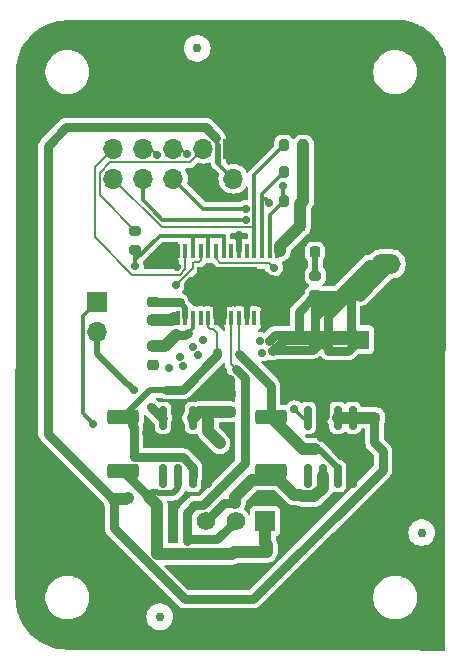
<source format=gbr>
%TF.GenerationSoftware,KiCad,Pcbnew,8.0.5*%
%TF.CreationDate,2025-12-29T14:40:48-06:00*%
%TF.ProjectId,FOC_DV,464f435f-4456-42e6-9b69-6361645f7063,rev?*%
%TF.SameCoordinates,Original*%
%TF.FileFunction,Copper,L1,Top*%
%TF.FilePolarity,Positive*%
%FSLAX46Y46*%
G04 Gerber Fmt 4.6, Leading zero omitted, Abs format (unit mm)*
G04 Created by KiCad (PCBNEW 8.0.5) date 2025-12-29 14:40:48*
%MOMM*%
%LPD*%
G01*
G04 APERTURE LIST*
G04 Aperture macros list*
%AMRoundRect*
0 Rectangle with rounded corners*
0 $1 Rounding radius*
0 $2 $3 $4 $5 $6 $7 $8 $9 X,Y pos of 4 corners*
0 Add a 4 corners polygon primitive as box body*
4,1,4,$2,$3,$4,$5,$6,$7,$8,$9,$2,$3,0*
0 Add four circle primitives for the rounded corners*
1,1,$1+$1,$2,$3*
1,1,$1+$1,$4,$5*
1,1,$1+$1,$6,$7*
1,1,$1+$1,$8,$9*
0 Add four rect primitives between the rounded corners*
20,1,$1+$1,$2,$3,$4,$5,0*
20,1,$1+$1,$4,$5,$6,$7,0*
20,1,$1+$1,$6,$7,$8,$9,0*
20,1,$1+$1,$8,$9,$2,$3,0*%
G04 Aperture macros list end*
%TA.AperFunction,SMDPad,CuDef*%
%ADD10R,0.399999X1.200000*%
%TD*%
%TA.AperFunction,SMDPad,CuDef*%
%ADD11R,5.180000X3.099999*%
%TD*%
%TA.AperFunction,ComponentPad*%
%ADD12C,0.399999*%
%TD*%
%TA.AperFunction,SMDPad,CuDef*%
%ADD13RoundRect,0.200000X-0.275000X0.200000X-0.275000X-0.200000X0.275000X-0.200000X0.275000X0.200000X0*%
%TD*%
%TA.AperFunction,ComponentPad*%
%ADD14R,1.750000X1.750000*%
%TD*%
%TA.AperFunction,ComponentPad*%
%ADD15C,1.575000*%
%TD*%
%TA.AperFunction,SMDPad,CuDef*%
%ADD16RoundRect,0.200000X-0.200000X-0.275000X0.200000X-0.275000X0.200000X0.275000X-0.200000X0.275000X0*%
%TD*%
%TA.AperFunction,SMDPad,CuDef*%
%ADD17RoundRect,0.200000X0.275000X-0.200000X0.275000X0.200000X-0.275000X0.200000X-0.275000X-0.200000X0*%
%TD*%
%TA.AperFunction,SMDPad,CuDef*%
%ADD18RoundRect,0.218750X0.218750X0.256250X-0.218750X0.256250X-0.218750X-0.256250X0.218750X-0.256250X0*%
%TD*%
%TA.AperFunction,ComponentPad*%
%ADD19O,2.500000X1.700000*%
%TD*%
%TA.AperFunction,SMDPad,CuDef*%
%ADD20C,0.750000*%
%TD*%
%TA.AperFunction,SMDPad,CuDef*%
%ADD21RoundRect,0.150000X0.150000X-0.825000X0.150000X0.825000X-0.150000X0.825000X-0.150000X-0.825000X0*%
%TD*%
%TA.AperFunction,ComponentPad*%
%ADD22R,1.700000X1.700000*%
%TD*%
%TA.AperFunction,ComponentPad*%
%ADD23O,1.700000X1.700000*%
%TD*%
%TA.AperFunction,SMDPad,CuDef*%
%ADD24RoundRect,0.250000X1.075000X-0.362500X1.075000X0.362500X-1.075000X0.362500X-1.075000X-0.362500X0*%
%TD*%
%TA.AperFunction,SMDPad,CuDef*%
%ADD25RoundRect,0.200000X0.200000X0.275000X-0.200000X0.275000X-0.200000X-0.275000X0.200000X-0.275000X0*%
%TD*%
%TA.AperFunction,SMDPad,CuDef*%
%ADD26RoundRect,0.225000X0.250000X-0.225000X0.250000X0.225000X-0.250000X0.225000X-0.250000X-0.225000X0*%
%TD*%
%TA.AperFunction,SMDPad,CuDef*%
%ADD27RoundRect,0.225000X0.225000X0.250000X-0.225000X0.250000X-0.225000X-0.250000X0.225000X-0.250000X0*%
%TD*%
%TA.AperFunction,SMDPad,CuDef*%
%ADD28RoundRect,0.225000X-0.250000X0.225000X-0.250000X-0.225000X0.250000X-0.225000X0.250000X0.225000X0*%
%TD*%
%TA.AperFunction,ComponentPad*%
%ADD29C,1.600000*%
%TD*%
%TA.AperFunction,ComponentPad*%
%ADD30R,1.600000X1.600000*%
%TD*%
%TA.AperFunction,ViaPad*%
%ADD31C,0.700000*%
%TD*%
%TA.AperFunction,Conductor*%
%ADD32C,0.750000*%
%TD*%
%TA.AperFunction,Conductor*%
%ADD33C,0.300000*%
%TD*%
%TA.AperFunction,Conductor*%
%ADD34C,0.200000*%
%TD*%
%TA.AperFunction,Conductor*%
%ADD35C,0.500000*%
%TD*%
%TA.AperFunction,Conductor*%
%ADD36C,1.000000*%
%TD*%
G04 APERTURE END LIST*
D10*
%TO.P,U1,1,CPL*%
%TO.N,Net-(U1-CPL)*%
X143825000Y-75349999D03*
%TO.P,U1,2,CPH*%
%TO.N,Net-(U1-CPH)*%
X144475001Y-75349999D03*
%TO.P,U1,3,VCP*%
%TO.N,Net-(U1-VCP)*%
X145125000Y-75349999D03*
%TO.P,U1,4,VM*%
%TO.N,VCC*%
X145775001Y-75349999D03*
%TO.P,U1,5,OUT1*%
%TO.N,PH_CS_A*%
X146424999Y-75349999D03*
%TO.P,U1,6,PGND1*%
%TO.N,GND*%
X147075001Y-75349999D03*
%TO.P,U1,7,PGND2*%
X147724999Y-75349999D03*
%TO.P,U1,8,OUT2*%
%TO.N,phase_B*%
X148375001Y-75349999D03*
%TO.P,U1,9,OUT3*%
%TO.N,PH_CS_C*%
X149024999Y-75349999D03*
%TO.P,U1,10,PGND3*%
%TO.N,GND*%
X149675001Y-75349999D03*
%TO.P,U1,11,VM*%
%TO.N,VCC*%
X150324999Y-75349999D03*
%TO.P,U1,12,COMPP*%
%TO.N,GND*%
X150975000Y-75349999D03*
%TO.P,U1,13,COMPN*%
X151624999Y-75349999D03*
%TO.P,U1,14,GND*%
X152275000Y-75349999D03*
%TO.P,U1,15,V3P3*%
%TO.N,+3.3INTRN*%
X152275000Y-69650001D03*
%TO.P,U1,16,~{RESET}*%
%TO.N,nRST*%
X151624999Y-69650001D03*
%TO.P,U1,17,~{SLEEP}*%
%TO.N,nSLP*%
X150975000Y-69650001D03*
%TO.P,U1,18,~{FAULT}*%
%TO.N,nFLT*%
X150324999Y-69650001D03*
%TO.P,U1,19,~{COMPO}*%
%TO.N,unconnected-(U1-~{COMPO}-Pad19)*%
X149675001Y-69650001D03*
%TO.P,U1,20,GND*%
%TO.N,GND*%
X149024999Y-69650001D03*
%TO.P,U1,21,NC*%
%TO.N,unconnected-(U1-NC-Pad21)*%
X148375001Y-69650001D03*
%TO.P,U1,22,EN3*%
%TO.N,EN*%
X147724999Y-69650001D03*
%TO.P,U1,23,IN3*%
%TO.N,IN3*%
X147075001Y-69650001D03*
%TO.P,U1,24,EN2*%
%TO.N,EN*%
X146424999Y-69650001D03*
%TO.P,U1,25,IN2*%
%TO.N,IN2*%
X145775001Y-69650001D03*
%TO.P,U1,26,EN1*%
%TO.N,EN*%
X145125000Y-69650001D03*
%TO.P,U1,27,IN1*%
%TO.N,IN1*%
X144475001Y-69650001D03*
%TO.P,U1,28,GND*%
%TO.N,GND*%
X143825000Y-69650001D03*
D11*
%TO.P,U1,29,EXP*%
X148050000Y-72500000D03*
D12*
%TO.P,U1,V*%
X146049999Y-73500001D03*
X147049999Y-73500001D03*
X148050000Y-73500001D03*
X149050001Y-73500001D03*
X150050001Y-73500001D03*
X146049999Y-72500000D03*
X147049999Y-72500000D03*
X148050000Y-72500000D03*
X149050001Y-72500000D03*
X150050001Y-72500000D03*
X146049999Y-71499999D03*
X147049999Y-71499999D03*
X148050000Y-71499999D03*
X149050001Y-71499999D03*
X150050001Y-71499999D03*
%TD*%
D13*
%TO.P,R7,1*%
%TO.N,Net-(U2-En)*%
X140250000Y-67925000D03*
%TO.P,R7,2*%
%TO.N,EN*%
X140250000Y-69575000D03*
%TD*%
D14*
%TO.P,J3,3,3*%
%TO.N,phase_A*%
X151250000Y-92500000D03*
D15*
%TO.P,J3,2,2*%
%TO.N,phase_B*%
X148750000Y-92500000D03*
%TO.P,J3,1,1*%
%TO.N,phase_C*%
X146250000Y-92500000D03*
%TD*%
D16*
%TO.P,R6,1*%
%TO.N,nFLT*%
X152825000Y-60700000D03*
%TO.P,R6,2*%
%TO.N,+3.3INTRN*%
X154475000Y-60700000D03*
%TD*%
D17*
%TO.P,R3,1*%
%TO.N,VCC*%
X155500000Y-73400000D03*
%TO.P,R3,2*%
%TO.N,Net-(D1-A)*%
X155500000Y-71750000D03*
%TD*%
D18*
%TO.P,D1,1,K*%
%TO.N,GND*%
X157037500Y-69750000D03*
%TO.P,D1,2,A*%
%TO.N,Net-(D1-A)*%
X155462500Y-69750000D03*
%TD*%
D19*
%TO.P,REF\u002A\u002A,1*%
%TO.N,VCC*%
X161500000Y-70750000D03*
%TO.P,REF\u002A\u002A,2*%
%TO.N,GND*%
X161500000Y-64500000D03*
%TD*%
D20*
%TO.P,FID3,*%
%TO.N,*%
X142325000Y-100625000D03*
%TD*%
%TO.P,FID2,*%
%TO.N,*%
X164500000Y-93500000D03*
%TD*%
%TO.P,FID1,*%
%TO.N,*%
X145500000Y-52500000D03*
%TD*%
D21*
%TO.P,U4,1,-*%
%TO.N,unconnected-(U4---Pad1)*%
X154845000Y-88725000D03*
%TO.P,U4,2,GND*%
%TO.N,phase_C*%
X156115000Y-88725000D03*
%TO.P,U4,3,REF2*%
%TO.N,PH_CS_C*%
X157385000Y-88725000D03*
%TO.P,U4,4,GND*%
%TO.N,GND*%
X158655000Y-88725000D03*
%TO.P,U4,5*%
%TO.N,+3.3V*%
X158655000Y-83775000D03*
%TO.P,U4,6,V+*%
X157385000Y-83775000D03*
%TO.P,U4,7,REF1*%
%TO.N,GND*%
X156115000Y-83775000D03*
%TO.P,U4,8,+*%
%TO.N,CC_out*%
X154845000Y-83775000D03*
%TD*%
%TO.P,U3,1,-*%
%TO.N,unconnected-(U3---Pad1)*%
X142595000Y-88725000D03*
%TO.P,U3,2,GND*%
%TO.N,phase_A*%
X143865000Y-88725000D03*
%TO.P,U3,3,REF2*%
%TO.N,PH_CS_A*%
X145135000Y-88725000D03*
%TO.P,U3,4,GND*%
%TO.N,GND*%
X146405000Y-88725000D03*
%TO.P,U3,5*%
%TO.N,+3.3V*%
X146405000Y-83775000D03*
%TO.P,U3,6,V+*%
X145135000Y-83775000D03*
%TO.P,U3,7,REF1*%
%TO.N,GND*%
X143865000Y-83775000D03*
%TO.P,U3,8,+*%
%TO.N,CA_out*%
X142595000Y-83775000D03*
%TD*%
D22*
%TO.P,U2,1*%
%TO.N,GND*%
X148540000Y-61000000D03*
D23*
%TO.P,U2,2*%
%TO.N,+3.3V*%
X148540000Y-63540000D03*
%TO.P,U2,3*%
%TO.N,Net-(U2-En)*%
X146000000Y-61000000D03*
%TO.P,U2,4*%
%TO.N,GND*%
X146000000Y-63540000D03*
%TO.P,U2,5*%
%TO.N,IN3*%
X143460000Y-61000000D03*
%TO.P,U2,6*%
%TO.N,nRST*%
X143460000Y-63540000D03*
%TO.P,U2,7*%
%TO.N,IN2*%
X140920000Y-61000000D03*
%TO.P,U2,8*%
%TO.N,nSLP*%
X140920000Y-63540000D03*
%TO.P,U2,9*%
%TO.N,IN1*%
X138380000Y-61000000D03*
%TO.P,U2,10*%
%TO.N,nFLT*%
X138380000Y-63540000D03*
%TD*%
D24*
%TO.P,R5,1*%
%TO.N,phase_C*%
X151750000Y-88312500D03*
%TO.P,R5,2*%
%TO.N,PH_CS_C*%
X151750000Y-83687500D03*
%TD*%
%TO.P,R4,1*%
%TO.N,phase_A*%
X139250000Y-88312500D03*
%TO.P,R4,2*%
%TO.N,PH_CS_A*%
X139250000Y-83687500D03*
%TD*%
D25*
%TO.P,R2,1*%
%TO.N,+3.3INTRN*%
X154475000Y-63000000D03*
%TO.P,R2,2*%
%TO.N,nSLP*%
X152825000Y-63000000D03*
%TD*%
%TO.P,R1,1*%
%TO.N,+3.3INTRN*%
X154475000Y-65400000D03*
%TO.P,R1,2*%
%TO.N,nRST*%
X152825000Y-65400000D03*
%TD*%
D22*
%TO.P,J1,1,Pin_1*%
%TO.N,CC_out*%
X137000000Y-74000000D03*
D23*
%TO.P,J1,2,Pin_2*%
%TO.N,CA_out*%
X137000000Y-76540000D03*
%TD*%
D26*
%TO.P,C6,1*%
%TO.N,+3.3V*%
X148250000Y-83275000D03*
%TO.P,C6,2*%
%TO.N,GND*%
X148250000Y-81725000D03*
%TD*%
%TO.P,C5,1*%
%TO.N,+3.3V*%
X160500000Y-83775000D03*
%TO.P,C5,2*%
%TO.N,GND*%
X160500000Y-82225000D03*
%TD*%
D27*
%TO.P,C4,1*%
%TO.N,GND*%
X155775000Y-67500000D03*
%TO.P,C4,2*%
%TO.N,+3.3INTRN*%
X154225000Y-67500000D03*
%TD*%
D28*
%TO.P,C3,2*%
%TO.N,Net-(U1-CPL)*%
X141750000Y-75500000D03*
%TO.P,C3,1*%
%TO.N,Net-(U1-CPH)*%
X141750000Y-73950000D03*
%TD*%
%TO.P,C2,1*%
%TO.N,Net-(U1-VCP)*%
X141750000Y-77725000D03*
%TO.P,C2,2*%
%TO.N,VCC*%
X141750000Y-79275000D03*
%TD*%
D29*
%TO.P,C1,2*%
%TO.N,GND*%
X161750000Y-77150000D03*
D30*
%TO.P,C1,1*%
%TO.N,VCC*%
X159250000Y-77150000D03*
%TD*%
D31*
%TO.N,GND*%
X154240000Y-80400000D03*
X155550000Y-80030000D03*
X158750000Y-81250000D03*
X163320000Y-88060000D03*
X161810000Y-91210000D03*
X158190000Y-85850000D03*
X159020000Y-92890000D03*
X156560000Y-95030000D03*
X153490000Y-98170000D03*
X149399672Y-100280327D03*
X147250000Y-100390000D03*
X144980000Y-100460000D03*
X139770000Y-97750000D03*
X138380000Y-96420000D03*
X136360000Y-93990000D03*
X131230000Y-87270000D03*
X131440000Y-80870000D03*
X131440000Y-73860000D03*
X131320000Y-68530000D03*
X138160000Y-58080000D03*
X144060000Y-58030000D03*
X142779006Y-56566798D03*
X147930991Y-57320869D03*
X151773775Y-58075702D03*
X153626546Y-56360173D03*
X156010000Y-57680000D03*
X158200000Y-60600759D03*
X158830000Y-58730000D03*
X164440000Y-61610000D03*
X162110000Y-60660000D03*
X160007303Y-61837985D03*
X158190000Y-63850000D03*
X161100000Y-66540000D03*
X164790000Y-67970000D03*
X142830000Y-69650000D03*
X156090000Y-83920000D03*
X146970000Y-81630000D03*
X156280000Y-81870000D03*
X147320000Y-80620000D03*
X141170000Y-85025000D03*
X134720000Y-90750000D03*
X134860000Y-92420000D03*
X141600000Y-85700000D03*
X152120000Y-72890000D03*
X151803384Y-72026309D03*
X144949620Y-72229620D03*
%TO.N,IN3*%
X152000000Y-71060000D03*
X144615380Y-61465380D03*
%TO.N,IN2*%
X143710000Y-72550000D03*
X142100000Y-61500000D03*
%TO.N,+3.3V*%
X147410000Y-85940000D03*
X139610000Y-90530000D03*
%TO.N,nRST*%
X152730000Y-64150000D03*
X149624999Y-66085916D03*
%TO.N,nSLP*%
X149590000Y-67000000D03*
X151570000Y-65560000D03*
%TO.N,GND*%
X144750000Y-73050000D03*
X151200000Y-72850000D03*
X151150000Y-71650000D03*
X151400000Y-74150000D03*
X149000000Y-68300000D03*
X165450000Y-86000000D03*
X164410749Y-83737982D03*
X163034432Y-83572161D03*
X163250000Y-84650000D03*
X163700000Y-82250000D03*
X164156048Y-74440384D03*
X164798814Y-75504964D03*
X164879159Y-78417494D03*
X163774407Y-80948381D03*
X164738554Y-80225271D03*
X164798814Y-81470628D03*
X162589308Y-82414690D03*
X162700000Y-81500000D03*
X162800000Y-80400000D03*
X164000000Y-79300000D03*
%TO.N,VCC*%
X150950000Y-78250000D03*
X151850000Y-78150000D03*
X151600000Y-77250000D03*
X150800000Y-77250000D03*
X154100000Y-77200000D03*
X155300000Y-78000000D03*
X156600000Y-78100000D03*
X155500000Y-76800000D03*
X143100000Y-79600000D03*
X144000000Y-78600000D03*
X144300000Y-79400000D03*
X145600000Y-78500000D03*
X145100000Y-77750000D03*
X146000000Y-77150000D03*
%TO.N,CC_out*%
X153700000Y-83050000D03*
X136700000Y-84300000D03*
%TO.N,CA_out*%
X141600000Y-82900000D03*
X140164676Y-81464676D03*
%TO.N,GND*%
X143750000Y-71000000D03*
X156000000Y-85500000D03*
X158000000Y-87000000D03*
X145500000Y-86750000D03*
X143750000Y-85500000D03*
X148250000Y-80500000D03*
X152250000Y-74250000D03*
X158000000Y-69750000D03*
X156750000Y-67500000D03*
%TO.N,EN*%
X140200000Y-70950000D03*
%TD*%
D32*
%TO.N,VCC*%
X159250000Y-77150000D02*
X158500000Y-76400000D01*
X158500000Y-76400000D02*
X158500000Y-73750000D01*
X158500000Y-73750000D02*
X161500000Y-70750000D01*
X156600000Y-78100000D02*
X156600000Y-75130000D01*
X156600000Y-75130000D02*
X160980000Y-70750000D01*
X160980000Y-70750000D02*
X161500000Y-70750000D01*
X155500000Y-76800000D02*
X155500000Y-75270000D01*
X155500000Y-75270000D02*
X160020000Y-70750000D01*
X160020000Y-70750000D02*
X161500000Y-70750000D01*
X159120000Y-73400000D02*
X159260000Y-73540000D01*
X155500000Y-73400000D02*
X159120000Y-73400000D01*
X159260000Y-73540000D02*
X161500000Y-71300000D01*
X161500000Y-71300000D02*
X161500000Y-70750000D01*
X156600000Y-78100000D02*
X158300000Y-78100000D01*
X158300000Y-78100000D02*
X159250000Y-77150000D01*
X154100000Y-77200000D02*
X159200000Y-77200000D01*
X159200000Y-77200000D02*
X159250000Y-77150000D01*
X159250000Y-77150000D02*
X156150000Y-77150000D01*
X156150000Y-77150000D02*
X155300000Y-78000000D01*
X155500000Y-76800000D02*
X158900000Y-76800000D01*
X158900000Y-76800000D02*
X159250000Y-77150000D01*
X156600000Y-78100000D02*
X156600000Y-74500000D01*
X156600000Y-74500000D02*
X155500000Y-73400000D01*
X154100000Y-77200000D02*
X154100000Y-74800000D01*
X154100000Y-74800000D02*
X155500000Y-73400000D01*
X155500000Y-76800000D02*
X155500000Y-73400000D01*
X156600000Y-78100000D02*
X156600000Y-77900000D01*
X156600000Y-77900000D02*
X155500000Y-76800000D01*
X155300000Y-78000000D02*
X155300000Y-77000000D01*
X155300000Y-77000000D02*
X155500000Y-76800000D01*
X154100000Y-77200000D02*
X152800000Y-77200000D01*
X152800000Y-77200000D02*
X151850000Y-78150000D01*
X155300000Y-78000000D02*
X152000000Y-78000000D01*
X152000000Y-78000000D02*
X151850000Y-78150000D01*
X155500000Y-76800000D02*
X152050000Y-76800000D01*
X152050000Y-76800000D02*
X151600000Y-77250000D01*
D33*
%TO.N,GND*%
X143750000Y-70570000D02*
X142830000Y-69650000D01*
X143750000Y-71000000D02*
X143750000Y-70570000D01*
D32*
X147320000Y-80620000D02*
X147320000Y-81280000D01*
X147320000Y-81280000D02*
X146970000Y-81630000D01*
X156280000Y-83610000D02*
X156115000Y-83775000D01*
X148250000Y-80500000D02*
X147440000Y-80500000D01*
X147440000Y-80500000D02*
X147320000Y-80620000D01*
X156280000Y-81870000D02*
X156280000Y-83610000D01*
X134860000Y-92420000D02*
X134860000Y-90890000D01*
X134860000Y-90890000D02*
X134720000Y-90750000D01*
X141800000Y-85500000D02*
X141600000Y-85700000D01*
X143750000Y-85500000D02*
X141800000Y-85500000D01*
X151803384Y-72026309D02*
X151803384Y-72573384D01*
X151803384Y-72573384D02*
X152120000Y-72890000D01*
X151526309Y-72026309D02*
X151803384Y-72026309D01*
X151150000Y-71650000D02*
X151526309Y-72026309D01*
X144750000Y-73050000D02*
X144750000Y-72464594D01*
X144750000Y-72464594D02*
X144967297Y-72247297D01*
D33*
X144750000Y-72429240D02*
X144949620Y-72229620D01*
X144750000Y-73050000D02*
X144750000Y-72429240D01*
D34*
%TO.N,IN3*%
X147460001Y-70650001D02*
X147075001Y-70265001D01*
X143460000Y-61000000D02*
X144150000Y-61000000D01*
X144150000Y-61000000D02*
X144615380Y-61465380D01*
X152000000Y-71060000D02*
X151590001Y-70650001D01*
X151590001Y-70650001D02*
X147460001Y-70650001D01*
X147075001Y-70265001D02*
X147075001Y-69650001D01*
%TO.N,IN2*%
X143710000Y-72550000D02*
X145160000Y-71100000D01*
X145160000Y-71100000D02*
X145160000Y-70650001D01*
X145160000Y-70650001D02*
X145260000Y-70550001D01*
X145260000Y-70550001D02*
X145675001Y-70550001D01*
X145675001Y-70550001D02*
X145775001Y-70450001D01*
X145775001Y-70450001D02*
X145775001Y-69650001D01*
X140920000Y-61000000D02*
X141600000Y-61000000D01*
X141600000Y-61000000D02*
X142100000Y-61500000D01*
X140920000Y-61000000D02*
X141652328Y-61000000D01*
%TO.N,IN1*%
X138380000Y-61000000D02*
X136830000Y-62550000D01*
X136830000Y-62550000D02*
X136830000Y-68499239D01*
X136830000Y-68499239D02*
X139980761Y-71650000D01*
X139980761Y-71650000D02*
X144019239Y-71650000D01*
X144019239Y-71650000D02*
X144475001Y-71194238D01*
X144475001Y-71194238D02*
X144475001Y-69650001D01*
%TO.N,Net-(U2-En)*%
X146000000Y-61000000D02*
X144850000Y-62150000D01*
X144850000Y-62150000D02*
X138143654Y-62150000D01*
X138143654Y-62150000D02*
X137230000Y-63063654D01*
X137230000Y-63063654D02*
X137230000Y-64905000D01*
X137230000Y-64905000D02*
X140250000Y-67925000D01*
D32*
%TO.N,+3.3V*%
X161200000Y-86550000D02*
X160815000Y-86165000D01*
X160500000Y-84870000D02*
X160500000Y-83775000D01*
X160815000Y-86165000D02*
X160550000Y-85900000D01*
X160500000Y-85250000D02*
X160500000Y-84870000D01*
X160500000Y-85850000D02*
X160500000Y-84870000D01*
X160815000Y-86165000D02*
X160500000Y-85850000D01*
D35*
X160500000Y-85250000D02*
X160500000Y-85850000D01*
D32*
X138430000Y-90760000D02*
X138430000Y-93150280D01*
X138430000Y-93150280D02*
X144419720Y-99140000D01*
X161200000Y-88184460D02*
X161200000Y-86550000D01*
X144419720Y-99140000D02*
X150244460Y-99140000D01*
X150244460Y-99140000D02*
X161200000Y-88184460D01*
D33*
X147115000Y-60055000D02*
X147200000Y-60140000D01*
X147200000Y-60140000D02*
X147200000Y-62200000D01*
X147200000Y-62200000D02*
X148540000Y-63540000D01*
D32*
X134410000Y-59180000D02*
X146240000Y-59180000D01*
X132830000Y-60760000D02*
X134410000Y-59180000D01*
X146240000Y-59180000D02*
X147115000Y-60055000D01*
X138430000Y-90760000D02*
X132830000Y-85160000D01*
X132830000Y-85160000D02*
X132830000Y-60760000D01*
D36*
X138430000Y-90760000D02*
X138550000Y-90640000D01*
X138550000Y-90640000D02*
X139500000Y-90640000D01*
X139500000Y-90640000D02*
X139610000Y-90530000D01*
X146405000Y-83775000D02*
X146405000Y-84935000D01*
X146405000Y-84935000D02*
X147410000Y-85940000D01*
D33*
X147340000Y-60640000D02*
X145710000Y-59010000D01*
X147340000Y-62340000D02*
X147340000Y-60640000D01*
X148540000Y-63540000D02*
X147340000Y-62340000D01*
X145710000Y-59010000D02*
X134580000Y-59010000D01*
X134580000Y-59010000D02*
X132830000Y-60760000D01*
%TO.N,nRST*%
X152730000Y-64150000D02*
X152730000Y-65305000D01*
X143460000Y-63540000D02*
X146005916Y-66085916D01*
X146005916Y-66085916D02*
X149624999Y-66085916D01*
X152730000Y-65305000D02*
X152825000Y-65400000D01*
%TO.N,nSLP*%
X140920000Y-65370000D02*
X141730000Y-66180000D01*
X140920000Y-63540000D02*
X140920000Y-65370000D01*
X141730000Y-66180000D02*
X142550000Y-67000000D01*
X142550000Y-67000000D02*
X149590000Y-67000000D01*
X150975000Y-69650001D02*
X150975000Y-65280000D01*
X150975000Y-65280000D02*
X150975000Y-64850000D01*
X151290000Y-65280000D02*
X150975000Y-65280000D01*
X151570000Y-65560000D02*
X151290000Y-65280000D01*
%TO.N,nFLT*%
X150324999Y-69650001D02*
X150324999Y-67780000D01*
X150324999Y-67780000D02*
X150324999Y-66270000D01*
D34*
X150194999Y-67650000D02*
X150324999Y-67780000D01*
X138380000Y-63540000D02*
X142490000Y-67650000D01*
X142490000Y-67650000D02*
X150194999Y-67650000D01*
D33*
X150324999Y-66270000D02*
X150324999Y-63200001D01*
D35*
%TO.N,GND*%
X149000000Y-68300000D02*
X149024999Y-68324999D01*
X149024999Y-68324999D02*
X149024999Y-69650001D01*
X149675001Y-75349999D02*
X149675001Y-74225001D01*
X149675001Y-74225001D02*
X149550000Y-74100000D01*
X147350000Y-75349999D02*
X147724999Y-75349999D01*
X147350000Y-74119238D02*
X147284619Y-74184619D01*
X147075001Y-75349999D02*
X147350000Y-75349999D01*
X147350000Y-75349999D02*
X147350000Y-74119238D01*
X147075001Y-75349999D02*
X147075001Y-74300002D01*
X147075001Y-74300002D02*
X146924999Y-74150000D01*
X146924999Y-74150000D02*
X146650000Y-74150000D01*
X147075001Y-74394237D02*
X147284619Y-74184619D01*
X147724999Y-74624999D02*
X147284619Y-74184619D01*
X147724999Y-75349999D02*
X147724999Y-74624999D01*
X147724999Y-75349999D02*
X147724999Y-74205762D01*
X147724999Y-74205762D02*
X147780761Y-74150000D01*
X147780761Y-74150000D02*
X148319239Y-74150000D01*
X148319239Y-74150000D02*
X148550001Y-73919238D01*
X147724999Y-75349999D02*
X147724999Y-75044235D01*
X147724999Y-75044235D02*
X147075001Y-74394237D01*
X147075001Y-75349999D02*
X147075001Y-74394237D01*
D32*
%TO.N,PH_CS_A*%
X147200000Y-78500000D02*
X144275000Y-81425000D01*
D34*
X146424999Y-76099996D02*
X146424999Y-75349999D01*
X146849999Y-76249999D02*
X146575002Y-76249999D01*
X147200000Y-78200000D02*
X147200000Y-76600000D01*
X147200000Y-76600000D02*
X146849999Y-76249999D01*
X146575002Y-76249999D02*
X146424999Y-76099996D01*
D32*
X147200000Y-78200000D02*
X147200000Y-78500000D01*
X144275000Y-81425000D02*
X142875000Y-81425000D01*
D35*
%TO.N,Net-(D1-A)*%
X155500000Y-71750000D02*
X155500000Y-69787500D01*
X155500000Y-69787500D02*
X155462500Y-69750000D01*
D36*
%TO.N,+3.3V*%
X148250000Y-83275000D02*
X145635000Y-83275000D01*
X145635000Y-83275000D02*
X145135000Y-83775000D01*
X160500000Y-83775000D02*
X157385000Y-83775000D01*
D35*
X160500000Y-85850000D02*
X160550000Y-85900000D01*
D33*
%TO.N,EN*%
X145100000Y-68350000D02*
X146400000Y-68350000D01*
X142350000Y-68350000D02*
X145100000Y-68350000D01*
X145100000Y-68350000D02*
X145125000Y-68375000D01*
X145125000Y-68375000D02*
X145125000Y-69650001D01*
X146400000Y-68350000D02*
X147750000Y-68350000D01*
X146400000Y-68350000D02*
X146424999Y-68374999D01*
X146424999Y-68374999D02*
X146424999Y-69650001D01*
X140250000Y-70450000D02*
X142350000Y-68350000D01*
X140250000Y-69575000D02*
X140250000Y-70450000D01*
X140250000Y-70450000D02*
X140250000Y-70900000D01*
X147750000Y-68350000D02*
X147724999Y-68375001D01*
X147724999Y-68375001D02*
X147724999Y-69650001D01*
X140250000Y-70900000D02*
X140200000Y-70950000D01*
D36*
%TO.N,+3.3INTRN*%
X154475000Y-63000000D02*
X154475000Y-60700000D01*
X154475000Y-65400000D02*
X154475000Y-63000000D01*
X154225000Y-67500000D02*
X154225000Y-65650000D01*
X154225000Y-65650000D02*
X154475000Y-65400000D01*
D33*
%TO.N,nFLT*%
X150324999Y-63200001D02*
X152825000Y-60700000D01*
%TO.N,nSLP*%
X150975000Y-64850000D02*
X152825000Y-63000000D01*
%TO.N,nRST*%
X151624999Y-69650001D02*
X151624999Y-66600001D01*
X151624999Y-66600001D02*
X152825000Y-65400000D01*
D36*
%TO.N,+3.3INTRN*%
X154225000Y-67500000D02*
X152524998Y-69200002D01*
X152524998Y-69200002D02*
X152524998Y-69650001D01*
D34*
%TO.N,phase_B*%
X148375001Y-75349999D02*
X148349999Y-75375001D01*
X148349999Y-75375001D02*
X148349999Y-79249999D01*
X148349999Y-79249999D02*
X148750000Y-79650000D01*
D32*
X149500000Y-80400000D02*
X149500000Y-87634460D01*
X148750000Y-79650000D02*
X149500000Y-80400000D01*
X149500000Y-87634460D02*
X145996960Y-91137500D01*
X145996960Y-91137500D02*
X145262500Y-91137500D01*
X144650000Y-94225000D02*
X144800001Y-94074999D01*
X145262500Y-91137500D02*
X144600000Y-91800000D01*
X144600000Y-91800000D02*
X144600000Y-92250000D01*
X147175001Y-94074999D02*
X148750000Y-92500000D01*
X144600000Y-92250000D02*
X144650000Y-92300000D01*
X144650000Y-92300000D02*
X144650000Y-94225000D01*
X144800001Y-94074999D02*
X147175001Y-94074999D01*
D36*
%TO.N,phase_C*%
X148700000Y-90446357D02*
X148700000Y-91000000D01*
X151750000Y-88312500D02*
X152443750Y-89006250D01*
X150140107Y-89006250D02*
X148700000Y-90446357D01*
X152443750Y-89006250D02*
X150140107Y-89006250D01*
X152443750Y-89006250D02*
X153712500Y-90275000D01*
D32*
X148700000Y-91000000D02*
X147750000Y-91000000D01*
X147750000Y-91000000D02*
X146250000Y-92500000D01*
D36*
X153712500Y-90275000D02*
X154213762Y-90275000D01*
X155414999Y-90400000D02*
X156115000Y-89699999D01*
X154213762Y-90275000D02*
X154338762Y-90400000D01*
X154338762Y-90400000D02*
X155414999Y-90400000D01*
X156115000Y-89699999D02*
X156115000Y-88725000D01*
D34*
%TO.N,PH_CS_C*%
X155802475Y-86447525D02*
X155654949Y-86300000D01*
D35*
X155802475Y-86447525D02*
X157385000Y-88030050D01*
X157385000Y-88030050D02*
X157385000Y-88725000D01*
D36*
X151750000Y-83687500D02*
X154479963Y-86417463D01*
X154479963Y-86417463D02*
X155432538Y-86417463D01*
D34*
X149024999Y-75349999D02*
X149024999Y-78350000D01*
D32*
X149024999Y-78350000D02*
X151750000Y-81075001D01*
X151750000Y-81075001D02*
X151750000Y-83687500D01*
D35*
%TO.N,PH_CS_A*%
X139250000Y-83687500D02*
X141512500Y-81425000D01*
X141512500Y-81425000D02*
X142875000Y-81425000D01*
D32*
X140100000Y-84537500D02*
X140100000Y-87125000D01*
X144269460Y-87125000D02*
X145135000Y-87990540D01*
D34*
X139931250Y-84368750D02*
X139250000Y-83687500D01*
D32*
X139931250Y-84368750D02*
X140100000Y-84537500D01*
X140100000Y-87125000D02*
X144269460Y-87125000D01*
X145135000Y-87990540D02*
X145135000Y-88725000D01*
%TO.N,phase_A*%
X139250000Y-88312500D02*
X141418750Y-90481250D01*
D36*
X148600000Y-95150000D02*
X151400000Y-95150000D01*
X151400000Y-95150000D02*
X151400000Y-94550000D01*
X151250000Y-94400000D02*
X151250000Y-92500000D01*
X151400000Y-94550000D02*
X151250000Y-94400000D01*
X142100000Y-91162500D02*
X142100000Y-95300000D01*
X141418750Y-90481250D02*
X142100000Y-91162500D01*
X142100000Y-95300000D02*
X148450000Y-95300000D01*
X148450000Y-95300000D02*
X148600000Y-95150000D01*
D33*
X141700000Y-90050000D02*
X140987500Y-90050000D01*
D35*
X142092316Y-90050000D02*
X142192316Y-90150000D01*
D33*
X143514999Y-90050000D02*
X141700000Y-90050000D01*
D35*
X141700000Y-90050000D02*
X142092316Y-90050000D01*
X142192316Y-90150000D02*
X143414999Y-90150000D01*
X143414999Y-90150000D02*
X143865000Y-89699999D01*
D34*
%TO.N,phase_C*%
X151750000Y-88312500D02*
X150437500Y-88312500D01*
%TO.N,PH_CS_C*%
X153750000Y-85650000D02*
X153712500Y-85650000D01*
X153712500Y-85650000D02*
X151750000Y-83687500D01*
X154400000Y-86300000D02*
X153750000Y-85650000D01*
X155654949Y-86300000D02*
X154400000Y-86300000D01*
D33*
%TO.N,phase_A*%
X143865000Y-88725000D02*
X143865000Y-89699999D01*
X143865000Y-89699999D02*
X143514999Y-90050000D01*
X140987500Y-90050000D02*
X139250000Y-88312500D01*
%TO.N,CC_out*%
X136700000Y-84300000D02*
X135800000Y-83400000D01*
X135800000Y-83400000D02*
X135800000Y-75200000D01*
X135800000Y-75200000D02*
X137000000Y-74000000D01*
X154845000Y-83775000D02*
X154425000Y-83775000D01*
X154425000Y-83775000D02*
X153700000Y-83050000D01*
D35*
%TO.N,CA_out*%
X139600000Y-80900000D02*
X139550000Y-80900000D01*
X140164676Y-81464676D02*
X139600000Y-80900000D01*
D32*
X142475000Y-83775000D02*
X141600000Y-82900000D01*
X142595000Y-83775000D02*
X142475000Y-83775000D01*
D35*
X139550000Y-80900000D02*
X137000000Y-78350000D01*
X137000000Y-78350000D02*
X137000000Y-76540000D01*
D33*
%TO.N,Net-(U1-VCP)*%
X145125000Y-76149999D02*
X144712500Y-76562500D01*
D32*
X143700000Y-76800000D02*
X144475000Y-76800000D01*
X144475000Y-76800000D02*
X144712500Y-76562500D01*
D35*
%TO.N,Net-(U1-CPH)*%
X144000000Y-74000000D02*
X144475001Y-74475001D01*
X144475001Y-74475001D02*
X144475001Y-75349999D01*
D36*
%TO.N,Net-(U1-VCP)*%
X143700000Y-76800000D02*
X142775000Y-77725000D01*
X142775000Y-77725000D02*
X141750000Y-77725000D01*
D33*
X145125000Y-75349999D02*
X145125000Y-76149999D01*
D36*
%TO.N,Net-(U1-CPL)*%
X141750000Y-75500000D02*
X143375000Y-75500000D01*
X143375000Y-75500000D02*
X143525001Y-75349999D01*
D32*
%TO.N,Net-(U1-CPH)*%
X141750000Y-73950000D02*
X143950000Y-73950000D01*
X143950000Y-73950000D02*
X144000000Y-74000000D01*
%TD*%
%TA.AperFunction,Conductor*%
%TO.N,GND*%
G36*
X147795444Y-79098020D02*
G01*
X147838709Y-79141285D01*
X147849499Y-79186230D01*
X147849499Y-79315891D01*
X147872036Y-79400000D01*
X147883608Y-79443189D01*
X147949495Y-79557308D01*
X147953448Y-79562459D01*
X147951085Y-79564271D01*
X147973281Y-79607834D01*
X147974500Y-79623321D01*
X147974500Y-79726382D01*
X148004302Y-79876204D01*
X148004302Y-79876206D01*
X148062759Y-80017334D01*
X148062759Y-80017335D01*
X148067748Y-80024801D01*
X148147630Y-80144352D01*
X148147633Y-80144355D01*
X148695504Y-80692226D01*
X148723281Y-80746743D01*
X148724500Y-80762230D01*
X148724500Y-82332005D01*
X148705593Y-82390196D01*
X148656093Y-82426160D01*
X148603820Y-82426982D01*
X148603598Y-82428199D01*
X148598628Y-82427291D01*
X148581127Y-82425913D01*
X148563163Y-82424500D01*
X148563162Y-82424500D01*
X148562336Y-82424435D01*
X148532219Y-82417205D01*
X148512666Y-82409106D01*
X148512663Y-82409105D01*
X148338693Y-82374500D01*
X148338691Y-82374500D01*
X145723692Y-82374500D01*
X145546308Y-82374500D01*
X145546303Y-82374500D01*
X145401255Y-82403351D01*
X145370140Y-82404547D01*
X145328110Y-82399500D01*
X145328102Y-82399500D01*
X144941898Y-82399500D01*
X144941893Y-82399500D01*
X144853434Y-82410123D01*
X144712660Y-82465637D01*
X144712656Y-82465640D01*
X144592081Y-82557075D01*
X144592075Y-82557081D01*
X144500640Y-82677656D01*
X144500637Y-82677660D01*
X144445123Y-82818434D01*
X144434500Y-82906893D01*
X144434500Y-83172482D01*
X144417816Y-83227483D01*
X144336987Y-83348453D01*
X144269106Y-83512330D01*
X144269104Y-83512336D01*
X144234500Y-83686305D01*
X144234500Y-83863694D01*
X144269104Y-84037663D01*
X144269106Y-84037669D01*
X144336987Y-84201546D01*
X144347977Y-84217994D01*
X144417814Y-84322513D01*
X144417816Y-84322515D01*
X144434500Y-84377516D01*
X144434500Y-84643106D01*
X144445123Y-84731565D01*
X144500637Y-84872339D01*
X144500638Y-84872341D01*
X144500639Y-84872342D01*
X144592078Y-84992922D01*
X144712658Y-85084361D01*
X144712659Y-85084361D01*
X144712660Y-85084362D01*
X144750464Y-85099270D01*
X144853436Y-85139877D01*
X144941898Y-85150500D01*
X144941900Y-85150500D01*
X145328100Y-85150500D01*
X145328102Y-85150500D01*
X145416564Y-85139877D01*
X145416565Y-85139876D01*
X145416569Y-85139876D01*
X145422718Y-85138322D01*
X145423510Y-85141458D01*
X145471386Y-85138277D01*
X145523162Y-85170880D01*
X145538567Y-85196367D01*
X145560576Y-85249501D01*
X145606984Y-85361541D01*
X145606985Y-85361543D01*
X145606987Y-85361547D01*
X145625665Y-85389500D01*
X145705536Y-85509036D01*
X146835965Y-86639464D01*
X146983454Y-86738013D01*
X147147334Y-86805895D01*
X147321309Y-86840500D01*
X147321310Y-86840500D01*
X147498691Y-86840500D01*
X147498692Y-86840500D01*
X147672666Y-86805895D01*
X147836547Y-86738013D01*
X147836550Y-86738010D01*
X147836554Y-86738009D01*
X147879139Y-86709553D01*
X147984036Y-86639464D01*
X148109464Y-86514036D01*
X148179553Y-86409139D01*
X148208009Y-86366554D01*
X148208010Y-86366550D01*
X148208013Y-86366547D01*
X148275895Y-86202666D01*
X148310500Y-86028692D01*
X148310500Y-85851309D01*
X148275895Y-85677334D01*
X148208013Y-85513454D01*
X148109464Y-85365965D01*
X147939866Y-85196367D01*
X147334496Y-84590995D01*
X147306719Y-84536479D01*
X147305500Y-84520992D01*
X147305500Y-84274500D01*
X147324407Y-84216309D01*
X147373907Y-84180345D01*
X147404500Y-84175500D01*
X148338690Y-84175500D01*
X148338691Y-84175500D01*
X148512666Y-84140894D01*
X148532222Y-84132793D01*
X148562342Y-84125563D01*
X148563155Y-84125499D01*
X148563162Y-84125499D01*
X148598627Y-84122709D01*
X148598639Y-84122705D01*
X148603602Y-84121800D01*
X148603842Y-84123115D01*
X148659022Y-84124842D01*
X148707373Y-84162336D01*
X148724500Y-84217994D01*
X148724500Y-87272230D01*
X148705593Y-87330421D01*
X148695504Y-87342234D01*
X145704734Y-90333004D01*
X145650217Y-90360781D01*
X145634730Y-90362000D01*
X145186117Y-90362000D01*
X145036295Y-90391802D01*
X145036293Y-90391802D01*
X144916774Y-90441308D01*
X144916775Y-90441309D01*
X144895163Y-90450260D01*
X144768147Y-90535129D01*
X144768146Y-90535130D01*
X144105648Y-91197630D01*
X143997633Y-91305644D01*
X143997630Y-91305648D01*
X143912759Y-91432664D01*
X143912759Y-91432665D01*
X143854302Y-91573793D01*
X143854302Y-91573795D01*
X143824500Y-91723617D01*
X143824500Y-92326382D01*
X143854302Y-92476204D01*
X143854302Y-92476206D01*
X143866964Y-92506774D01*
X143874500Y-92544659D01*
X143874500Y-94300500D01*
X143855593Y-94358691D01*
X143806093Y-94394655D01*
X143775500Y-94399500D01*
X143099500Y-94399500D01*
X143041309Y-94380593D01*
X143005345Y-94331093D01*
X143000500Y-94300500D01*
X143000500Y-91073814D01*
X143000500Y-91073809D01*
X143000342Y-91073013D01*
X142969670Y-90918813D01*
X142976862Y-90858053D01*
X143018395Y-90813123D01*
X143066768Y-90800500D01*
X143479067Y-90800500D01*
X143479068Y-90800500D01*
X143604743Y-90775501D01*
X143723126Y-90726465D01*
X143751577Y-90707455D01*
X143829668Y-90655277D01*
X144370277Y-90114668D01*
X144441466Y-90008125D01*
X144448935Y-89990092D01*
X144488667Y-89943569D01*
X144548161Y-89929283D01*
X144600216Y-89949093D01*
X144712658Y-90034361D01*
X144712659Y-90034361D01*
X144712660Y-90034362D01*
X144776614Y-90059582D01*
X144853436Y-90089877D01*
X144941898Y-90100500D01*
X144941900Y-90100500D01*
X145328100Y-90100500D01*
X145328102Y-90100500D01*
X145416564Y-90089877D01*
X145557342Y-90034361D01*
X145677922Y-89942922D01*
X145769361Y-89822342D01*
X145824877Y-89681564D01*
X145835500Y-89593102D01*
X145835500Y-89080014D01*
X145843036Y-89042128D01*
X145880698Y-88951205D01*
X145910500Y-88801380D01*
X145910500Y-87914160D01*
X145880698Y-87764335D01*
X145822239Y-87623203D01*
X145819666Y-87619352D01*
X145772080Y-87548135D01*
X145737373Y-87496191D01*
X145737371Y-87496189D01*
X145737370Y-87496187D01*
X144763812Y-86522630D01*
X144636797Y-86437761D01*
X144636796Y-86437760D01*
X144636794Y-86437759D01*
X144495665Y-86379302D01*
X144345842Y-86349500D01*
X144345840Y-86349500D01*
X140974500Y-86349500D01*
X140916309Y-86330593D01*
X140880345Y-86281093D01*
X140875500Y-86250500D01*
X140875500Y-84461125D01*
X140875500Y-84461120D01*
X140873347Y-84450299D01*
X140880535Y-84389543D01*
X140885223Y-84380603D01*
X140926744Y-84310398D01*
X140972598Y-84152569D01*
X140975500Y-84115694D01*
X140975500Y-83611229D01*
X140994407Y-83553038D01*
X141043907Y-83517074D01*
X141105093Y-83517074D01*
X141144501Y-83541223D01*
X141865505Y-84262227D01*
X141893281Y-84316742D01*
X141894500Y-84332229D01*
X141894500Y-84643106D01*
X141905123Y-84731565D01*
X141960637Y-84872339D01*
X141960638Y-84872341D01*
X141960639Y-84872342D01*
X142052078Y-84992922D01*
X142172658Y-85084361D01*
X142172659Y-85084361D01*
X142172660Y-85084362D01*
X142210464Y-85099270D01*
X142313436Y-85139877D01*
X142401898Y-85150500D01*
X142401900Y-85150500D01*
X142788100Y-85150500D01*
X142788102Y-85150500D01*
X142876564Y-85139877D01*
X143017342Y-85084361D01*
X143137922Y-84992922D01*
X143229361Y-84872342D01*
X143284877Y-84731564D01*
X143295500Y-84643102D01*
X143295500Y-84130014D01*
X143303036Y-84092128D01*
X143315036Y-84063158D01*
X143340698Y-84001205D01*
X143370500Y-83851380D01*
X143370500Y-83698620D01*
X143340698Y-83548795D01*
X143325596Y-83512336D01*
X143303036Y-83457869D01*
X143295500Y-83419984D01*
X143295500Y-82906899D01*
X143295499Y-82906893D01*
X143291609Y-82874500D01*
X143284877Y-82818436D01*
X143247343Y-82723256D01*
X143229362Y-82677660D01*
X143229361Y-82677659D01*
X143229361Y-82677658D01*
X143137922Y-82557078D01*
X143017342Y-82465639D01*
X143017341Y-82465638D01*
X143017339Y-82465637D01*
X142876565Y-82410123D01*
X142788106Y-82399500D01*
X142788102Y-82399500D01*
X142401898Y-82399500D01*
X142401893Y-82399500D01*
X142313432Y-82410123D01*
X142297393Y-82416448D01*
X142236323Y-82420204D01*
X142191075Y-82394353D01*
X142094355Y-82297633D01*
X142094352Y-82297630D01*
X142033267Y-82256814D01*
X141995389Y-82208765D01*
X141992987Y-82147627D01*
X142026980Y-82096753D01*
X142084384Y-82075576D01*
X142088270Y-82075500D01*
X142422648Y-82075500D01*
X142477649Y-82092184D01*
X142507663Y-82112239D01*
X142648795Y-82170698D01*
X142798620Y-82200500D01*
X142798621Y-82200500D01*
X144351379Y-82200500D01*
X144351380Y-82200500D01*
X144501205Y-82170698D01*
X144642337Y-82112239D01*
X144769352Y-82027370D01*
X147680497Y-79116224D01*
X147735012Y-79088449D01*
X147795444Y-79098020D01*
G37*
%TD.AperFunction*%
%TA.AperFunction,Conductor*%
G36*
X143835464Y-68919407D02*
G01*
X143871428Y-68968907D01*
X143875054Y-69014986D01*
X143874501Y-69018477D01*
X143874501Y-70281522D01*
X143874502Y-70281524D01*
X143889353Y-70375300D01*
X143889355Y-70375305D01*
X143946951Y-70488343D01*
X143946953Y-70488345D01*
X143951532Y-70494648D01*
X143950015Y-70495749D01*
X143973282Y-70541413D01*
X143974501Y-70556900D01*
X143974501Y-70945916D01*
X143955594Y-71004107D01*
X143945505Y-71015920D01*
X143840921Y-71120504D01*
X143786404Y-71148281D01*
X143770917Y-71149500D01*
X141043552Y-71149500D01*
X140985361Y-71130593D01*
X140949397Y-71081093D01*
X140945174Y-71039416D01*
X140947821Y-71015920D01*
X140955249Y-70950000D01*
X140955249Y-70949996D01*
X140955249Y-70949995D01*
X140936314Y-70781946D01*
X140936311Y-70781933D01*
X140894718Y-70663067D01*
X140893345Y-70601897D01*
X140918156Y-70560367D01*
X142549029Y-68929496D01*
X142603546Y-68901719D01*
X142619033Y-68900500D01*
X143777273Y-68900500D01*
X143835464Y-68919407D01*
G37*
%TD.AperFunction*%
%TA.AperFunction,Conductor*%
G36*
X149733690Y-68169407D02*
G01*
X149769654Y-68218907D01*
X149774499Y-68249500D01*
X149774499Y-68550501D01*
X149755592Y-68608692D01*
X149706092Y-68644656D01*
X149675499Y-68649501D01*
X149443480Y-68649501D01*
X149443477Y-68649502D01*
X149349701Y-68664353D01*
X149349696Y-68664355D01*
X149236660Y-68721950D01*
X149146950Y-68811660D01*
X149113210Y-68877879D01*
X149069945Y-68921143D01*
X149009513Y-68930714D01*
X148954997Y-68902936D01*
X148936792Y-68877879D01*
X148918237Y-68841464D01*
X148903051Y-68811659D01*
X148813343Y-68721951D01*
X148700305Y-68664355D01*
X148700306Y-68664355D01*
X148606523Y-68649501D01*
X148606520Y-68649501D01*
X148374499Y-68649501D01*
X148316308Y-68630594D01*
X148280344Y-68581094D01*
X148275499Y-68550501D01*
X148275499Y-68528812D01*
X148278872Y-68503189D01*
X148300500Y-68422474D01*
X148300500Y-68277526D01*
X148300091Y-68276001D01*
X148299856Y-68275122D01*
X148299949Y-68273342D01*
X148299653Y-68271092D01*
X148300070Y-68271037D01*
X148303059Y-68214020D01*
X148341565Y-68166471D01*
X148395483Y-68150500D01*
X149675499Y-68150500D01*
X149733690Y-68169407D01*
G37*
%TD.AperFunction*%
%TA.AperFunction,Conductor*%
G36*
X146622903Y-62164788D02*
G01*
X146648762Y-62220240D01*
X146649500Y-62232306D01*
X146649500Y-62272475D01*
X146667501Y-62339654D01*
X146687002Y-62412434D01*
X146687015Y-62412484D01*
X146687016Y-62412485D01*
X146759490Y-62538015D01*
X146759492Y-62538017D01*
X146899489Y-62678015D01*
X146899490Y-62678015D01*
X147314031Y-63092556D01*
X147341808Y-63147073D01*
X147339654Y-63188182D01*
X147303791Y-63322028D01*
X147284723Y-63539996D01*
X147284723Y-63540003D01*
X147303791Y-63757969D01*
X147303792Y-63757976D01*
X147303793Y-63757977D01*
X147360425Y-63969330D01*
X147452898Y-64167639D01*
X147578402Y-64346877D01*
X147733123Y-64501598D01*
X147912361Y-64627102D01*
X148110670Y-64719575D01*
X148322023Y-64776207D01*
X148322027Y-64776207D01*
X148322030Y-64776208D01*
X148539997Y-64795277D01*
X148540000Y-64795277D01*
X148540003Y-64795277D01*
X148757969Y-64776208D01*
X148757970Y-64776207D01*
X148757977Y-64776207D01*
X148969330Y-64719575D01*
X149167639Y-64627102D01*
X149346877Y-64501598D01*
X149501598Y-64346877D01*
X149594404Y-64214335D01*
X149643267Y-64177515D01*
X149704443Y-64176447D01*
X149754564Y-64211541D01*
X149774484Y-64269393D01*
X149774499Y-64271121D01*
X149774499Y-65236730D01*
X149755592Y-65294921D01*
X149706092Y-65330885D01*
X149664416Y-65335108D01*
X149657661Y-65334347D01*
X149624999Y-65330667D01*
X149624997Y-65330667D01*
X149624996Y-65330667D01*
X149624995Y-65330667D01*
X149456945Y-65349601D01*
X149456933Y-65349604D01*
X149297308Y-65405460D01*
X149297307Y-65405460D01*
X149154112Y-65495436D01*
X149154109Y-65495438D01*
X149154109Y-65495439D01*
X149143126Y-65506421D01*
X149088612Y-65534197D01*
X149073125Y-65535416D01*
X146274949Y-65535416D01*
X146216758Y-65516509D01*
X146204945Y-65506420D01*
X144685967Y-63987442D01*
X144658190Y-63932925D01*
X144660343Y-63891819D01*
X144696207Y-63757977D01*
X144711967Y-63577841D01*
X144715277Y-63540003D01*
X144715277Y-63539996D01*
X144696208Y-63322030D01*
X144696207Y-63322027D01*
X144696207Y-63322023D01*
X144639575Y-63110670D01*
X144547102Y-62912362D01*
X144472826Y-62806284D01*
X144454937Y-62747772D01*
X144474857Y-62689920D01*
X144524978Y-62654826D01*
X144553922Y-62650500D01*
X144915890Y-62650500D01*
X144915892Y-62650500D01*
X145043186Y-62616392D01*
X145043188Y-62616390D01*
X145043190Y-62616390D01*
X145157309Y-62550503D01*
X145157309Y-62550502D01*
X145157314Y-62550500D01*
X145496789Y-62211023D01*
X145551304Y-62183247D01*
X145592412Y-62185400D01*
X145782023Y-62236207D01*
X145782027Y-62236207D01*
X145782030Y-62236208D01*
X145999997Y-62255277D01*
X146000000Y-62255277D01*
X146000003Y-62255277D01*
X146217969Y-62236208D01*
X146217970Y-62236207D01*
X146217977Y-62236207D01*
X146429330Y-62179575D01*
X146508662Y-62142581D01*
X146569389Y-62135125D01*
X146622903Y-62164788D01*
G37*
%TD.AperFunction*%
%TA.AperFunction,Conductor*%
G36*
X162963090Y-50102453D02*
G01*
X163307126Y-50170826D01*
X163315606Y-50172905D01*
X163600721Y-50256369D01*
X163686025Y-50281341D01*
X163694322Y-50284175D01*
X163885691Y-50359144D01*
X164053667Y-50424949D01*
X164061671Y-50428501D01*
X164354768Y-50574437D01*
X164407159Y-50600523D01*
X164414823Y-50604773D01*
X164743728Y-50806685D01*
X164750985Y-50811596D01*
X165060745Y-51041827D01*
X165067544Y-51047364D01*
X165355696Y-51304081D01*
X165361979Y-51310198D01*
X165626298Y-51591417D01*
X165632014Y-51598065D01*
X165870414Y-51901568D01*
X165875520Y-51908697D01*
X166086132Y-52232107D01*
X166090586Y-52239659D01*
X166271751Y-52580427D01*
X166275520Y-52588344D01*
X166425823Y-52943803D01*
X166428877Y-52952022D01*
X166525914Y-53253456D01*
X166530677Y-53283854D01*
X166499876Y-103387947D01*
X166480933Y-103446126D01*
X166431411Y-103482059D01*
X166398814Y-103486865D01*
X162282740Y-103401114D01*
X162271885Y-103400289D01*
X162265893Y-103399500D01*
X162265892Y-103399500D01*
X162265890Y-103399500D01*
X162206273Y-103399500D01*
X162204211Y-103399479D01*
X162200131Y-103399394D01*
X162144547Y-103398236D01*
X162144546Y-103398236D01*
X162144542Y-103398236D01*
X162138537Y-103398900D01*
X162127658Y-103399500D01*
X134502279Y-103399500D01*
X134497707Y-103399394D01*
X134098646Y-103380944D01*
X134089541Y-103380101D01*
X133696119Y-103325221D01*
X133687130Y-103323540D01*
X133300479Y-103232600D01*
X133291684Y-103230098D01*
X132915060Y-103103867D01*
X132906533Y-103100564D01*
X132543162Y-102940120D01*
X132534976Y-102936043D01*
X132187956Y-102742753D01*
X132180182Y-102737940D01*
X131852486Y-102513464D01*
X131845188Y-102507953D01*
X131539601Y-102254197D01*
X131532843Y-102248037D01*
X131251962Y-101967156D01*
X131245802Y-101960398D01*
X130992046Y-101654811D01*
X130986535Y-101647513D01*
X130762059Y-101319817D01*
X130757246Y-101312043D01*
X130563956Y-100965023D01*
X130559879Y-100956837D01*
X130514692Y-100854499D01*
X130399435Y-100593466D01*
X130396132Y-100584939D01*
X130269901Y-100208315D01*
X130267399Y-100199520D01*
X130200598Y-99915500D01*
X130176456Y-99812854D01*
X130174780Y-99803893D01*
X130119898Y-99410458D01*
X130119055Y-99401353D01*
X130117262Y-99362563D01*
X130100606Y-99002306D01*
X130100501Y-98997691D01*
X130100573Y-98878448D01*
X132645500Y-98878448D01*
X132645500Y-99121551D01*
X132677230Y-99362563D01*
X132677230Y-99362568D01*
X132740149Y-99597387D01*
X132833178Y-99821979D01*
X132887171Y-99915499D01*
X132954731Y-100032516D01*
X133102722Y-100225380D01*
X133274620Y-100397278D01*
X133467484Y-100545269D01*
X133678016Y-100666819D01*
X133678017Y-100666819D01*
X133678020Y-100666821D01*
X133902612Y-100759850D01*
X134137429Y-100822769D01*
X134378450Y-100854500D01*
X134378451Y-100854500D01*
X134621549Y-100854500D01*
X134621550Y-100854500D01*
X134862571Y-100822769D01*
X135097388Y-100759850D01*
X135321984Y-100666819D01*
X135394417Y-100625000D01*
X141194678Y-100625000D01*
X141213924Y-100832697D01*
X141251574Y-100965023D01*
X141271006Y-101033319D01*
X141363981Y-101220038D01*
X141489682Y-101386493D01*
X141643829Y-101527016D01*
X141724395Y-101576900D01*
X141821163Y-101636818D01*
X141821167Y-101636820D01*
X141821172Y-101636823D01*
X142015673Y-101712173D01*
X142220707Y-101750500D01*
X142429293Y-101750500D01*
X142634327Y-101712173D01*
X142828828Y-101636823D01*
X143006171Y-101527016D01*
X143160318Y-101386493D01*
X143286019Y-101220038D01*
X143378994Y-101033319D01*
X143436076Y-100832696D01*
X143455322Y-100625000D01*
X143436076Y-100417304D01*
X143378994Y-100216681D01*
X143286019Y-100029962D01*
X143160318Y-99863507D01*
X143006171Y-99722984D01*
X142989960Y-99712946D01*
X142828836Y-99613181D01*
X142828830Y-99613178D01*
X142828828Y-99613177D01*
X142634327Y-99537827D01*
X142634326Y-99537826D01*
X142634324Y-99537826D01*
X142429293Y-99499500D01*
X142220707Y-99499500D01*
X142015675Y-99537826D01*
X141821169Y-99613178D01*
X141821163Y-99613181D01*
X141643833Y-99722981D01*
X141643831Y-99722982D01*
X141643829Y-99722984D01*
X141535236Y-99821979D01*
X141489683Y-99863506D01*
X141363982Y-100029960D01*
X141363977Y-100029969D01*
X141271006Y-100216680D01*
X141213924Y-100417302D01*
X141194678Y-100625000D01*
X135394417Y-100625000D01*
X135532516Y-100545269D01*
X135725380Y-100397278D01*
X135897278Y-100225380D01*
X136045269Y-100032516D01*
X136166819Y-99821984D01*
X136259850Y-99597388D01*
X136322769Y-99362571D01*
X136354500Y-99121550D01*
X136354500Y-98878450D01*
X136322769Y-98637429D01*
X136259850Y-98402612D01*
X136166821Y-98178020D01*
X136045269Y-97967484D01*
X135897280Y-97774623D01*
X135897278Y-97774620D01*
X135725380Y-97602722D01*
X135532516Y-97454731D01*
X135532517Y-97454731D01*
X135532515Y-97454730D01*
X135321979Y-97333178D01*
X135097387Y-97240149D01*
X134937001Y-97197174D01*
X134862571Y-97177231D01*
X134862568Y-97177230D01*
X134862566Y-97177230D01*
X134621551Y-97145500D01*
X134621550Y-97145500D01*
X134378450Y-97145500D01*
X134378448Y-97145500D01*
X134137436Y-97177230D01*
X134137431Y-97177230D01*
X133902612Y-97240149D01*
X133678020Y-97333178D01*
X133467484Y-97454730D01*
X133274623Y-97602719D01*
X133102719Y-97774623D01*
X132954730Y-97967484D01*
X132833178Y-98178020D01*
X132740149Y-98402612D01*
X132677230Y-98637431D01*
X132677230Y-98637436D01*
X132645500Y-98878448D01*
X130100573Y-98878448D01*
X130123690Y-60683617D01*
X132054500Y-60683617D01*
X132054500Y-85236382D01*
X132084302Y-85386204D01*
X132084302Y-85386206D01*
X132142759Y-85527334D01*
X132142759Y-85527335D01*
X132143723Y-85528777D01*
X132227630Y-85654352D01*
X132227633Y-85654355D01*
X137534964Y-90961686D01*
X137562058Y-91012375D01*
X137564105Y-91022666D01*
X137631986Y-91186545D01*
X137637814Y-91195266D01*
X137654500Y-91250269D01*
X137654500Y-93226662D01*
X137684302Y-93376484D01*
X137684302Y-93376486D01*
X137742759Y-93517614D01*
X137742759Y-93517615D01*
X137776430Y-93568006D01*
X137827630Y-93644632D01*
X143925367Y-99742370D01*
X144014223Y-99801741D01*
X144044513Y-99821981D01*
X144044514Y-99821981D01*
X144044518Y-99821984D01*
X144052383Y-99827239D01*
X144052385Y-99827240D01*
X144052387Y-99827241D01*
X144104518Y-99848834D01*
X144193515Y-99885698D01*
X144343340Y-99915500D01*
X144343341Y-99915500D01*
X150320839Y-99915500D01*
X150320840Y-99915500D01*
X150470665Y-99885698D01*
X150611797Y-99827239D01*
X150738812Y-99742370D01*
X151602734Y-98878448D01*
X160395500Y-98878448D01*
X160395500Y-99121551D01*
X160427230Y-99362563D01*
X160427230Y-99362568D01*
X160490149Y-99597387D01*
X160583178Y-99821979D01*
X160637171Y-99915499D01*
X160704731Y-100032516D01*
X160852722Y-100225380D01*
X161024620Y-100397278D01*
X161217484Y-100545269D01*
X161428016Y-100666819D01*
X161428017Y-100666819D01*
X161428020Y-100666821D01*
X161652612Y-100759850D01*
X161887429Y-100822769D01*
X162128450Y-100854500D01*
X162128451Y-100854500D01*
X162371549Y-100854500D01*
X162371550Y-100854500D01*
X162612571Y-100822769D01*
X162847388Y-100759850D01*
X163071984Y-100666819D01*
X163282516Y-100545269D01*
X163475380Y-100397278D01*
X163647278Y-100225380D01*
X163795269Y-100032516D01*
X163916819Y-99821984D01*
X164009850Y-99597388D01*
X164072769Y-99362571D01*
X164104500Y-99121550D01*
X164104500Y-98878450D01*
X164072769Y-98637429D01*
X164009850Y-98402612D01*
X163916821Y-98178020D01*
X163795269Y-97967484D01*
X163647280Y-97774623D01*
X163647278Y-97774620D01*
X163475380Y-97602722D01*
X163282516Y-97454731D01*
X163282517Y-97454731D01*
X163282515Y-97454730D01*
X163071979Y-97333178D01*
X162847387Y-97240149D01*
X162687001Y-97197174D01*
X162612571Y-97177231D01*
X162612568Y-97177230D01*
X162612566Y-97177230D01*
X162371551Y-97145500D01*
X162371550Y-97145500D01*
X162128450Y-97145500D01*
X162128448Y-97145500D01*
X161887436Y-97177230D01*
X161887431Y-97177230D01*
X161652612Y-97240149D01*
X161428020Y-97333178D01*
X161217484Y-97454730D01*
X161024623Y-97602719D01*
X160852719Y-97774623D01*
X160704730Y-97967484D01*
X160583178Y-98178020D01*
X160490149Y-98402612D01*
X160427230Y-98637431D01*
X160427230Y-98637436D01*
X160395500Y-98878448D01*
X151602734Y-98878448D01*
X156981183Y-93500000D01*
X163369678Y-93500000D01*
X163388924Y-93707697D01*
X163408216Y-93775500D01*
X163446006Y-93908319D01*
X163538981Y-94095038D01*
X163664682Y-94261493D01*
X163818829Y-94402016D01*
X163899395Y-94451900D01*
X163996163Y-94511818D01*
X163996167Y-94511820D01*
X163996172Y-94511823D01*
X164190673Y-94587173D01*
X164395707Y-94625500D01*
X164604293Y-94625500D01*
X164809327Y-94587173D01*
X165003828Y-94511823D01*
X165181171Y-94402016D01*
X165335318Y-94261493D01*
X165461019Y-94095038D01*
X165553994Y-93908319D01*
X165611076Y-93707696D01*
X165630322Y-93500000D01*
X165611076Y-93292304D01*
X165553994Y-93091681D01*
X165461019Y-92904962D01*
X165335318Y-92738507D01*
X165181171Y-92597984D01*
X165164960Y-92587946D01*
X165003836Y-92488181D01*
X165003830Y-92488178D01*
X165003828Y-92488177D01*
X164809327Y-92412827D01*
X164809326Y-92412826D01*
X164809324Y-92412826D01*
X164604293Y-92374500D01*
X164395707Y-92374500D01*
X164190675Y-92412826D01*
X163996169Y-92488178D01*
X163996163Y-92488181D01*
X163818833Y-92597981D01*
X163818831Y-92597982D01*
X163818829Y-92597984D01*
X163685828Y-92719230D01*
X163664683Y-92738506D01*
X163538982Y-92904960D01*
X163538977Y-92904969D01*
X163446006Y-93091680D01*
X163388924Y-93292302D01*
X163369678Y-93500000D01*
X156981183Y-93500000D01*
X161802370Y-88678813D01*
X161887239Y-88551797D01*
X161945698Y-88410665D01*
X161956198Y-88357877D01*
X161975500Y-88260840D01*
X161975500Y-86473620D01*
X161945698Y-86323795D01*
X161915338Y-86250500D01*
X161887239Y-86182662D01*
X161870846Y-86158128D01*
X161853785Y-86132595D01*
X161802370Y-86055647D01*
X161802365Y-86055642D01*
X161802362Y-86055638D01*
X161423016Y-85676294D01*
X161423013Y-85676290D01*
X161304496Y-85557772D01*
X161276719Y-85503256D01*
X161275500Y-85487769D01*
X161275500Y-84367289D01*
X161289286Y-84316896D01*
X161328618Y-84250390D01*
X161372709Y-84098627D01*
X161375500Y-84063163D01*
X161375499Y-83999126D01*
X161377401Y-83979812D01*
X161382919Y-83952072D01*
X161400500Y-83863691D01*
X161400500Y-83686309D01*
X161384826Y-83607514D01*
X161377401Y-83570182D01*
X161375499Y-83550868D01*
X161375499Y-83486842D01*
X161375499Y-83486838D01*
X161372709Y-83451373D01*
X161328618Y-83299610D01*
X161304785Y-83259311D01*
X161248172Y-83163583D01*
X161248171Y-83163582D01*
X161248170Y-83163580D01*
X161136420Y-83051830D01*
X161136417Y-83051828D01*
X161136416Y-83051827D01*
X161000392Y-82971383D01*
X161000391Y-82971382D01*
X161000390Y-82971382D01*
X160848627Y-82927291D01*
X160813163Y-82924500D01*
X160813162Y-82924500D01*
X160812336Y-82924435D01*
X160782219Y-82917205D01*
X160762666Y-82909106D01*
X160762663Y-82909105D01*
X160588693Y-82874500D01*
X160588691Y-82874500D01*
X159434365Y-82874500D01*
X159376174Y-82855593D01*
X159342268Y-82811819D01*
X159289362Y-82677660D01*
X159289361Y-82677659D01*
X159289361Y-82677658D01*
X159197922Y-82557078D01*
X159077342Y-82465639D01*
X159077341Y-82465638D01*
X159077339Y-82465637D01*
X158936565Y-82410123D01*
X158848106Y-82399500D01*
X158848102Y-82399500D01*
X158461898Y-82399500D01*
X158461893Y-82399500D01*
X158373434Y-82410123D01*
X158232660Y-82465637D01*
X158232656Y-82465640D01*
X158112081Y-82557075D01*
X158112075Y-82557081D01*
X158098884Y-82574477D01*
X158048657Y-82609420D01*
X157987485Y-82608166D01*
X157941116Y-82574477D01*
X157927924Y-82557081D01*
X157927922Y-82557078D01*
X157807342Y-82465639D01*
X157807341Y-82465638D01*
X157807339Y-82465637D01*
X157666565Y-82410123D01*
X157578106Y-82399500D01*
X157578102Y-82399500D01*
X157191898Y-82399500D01*
X157191893Y-82399500D01*
X157103434Y-82410123D01*
X156962660Y-82465637D01*
X156962656Y-82465640D01*
X156842081Y-82557075D01*
X156842075Y-82557081D01*
X156750640Y-82677656D01*
X156750637Y-82677660D01*
X156695123Y-82818434D01*
X156684500Y-82906893D01*
X156684500Y-83172483D01*
X156667815Y-83227485D01*
X156586990Y-83348445D01*
X156586984Y-83348457D01*
X156519106Y-83512332D01*
X156519106Y-83512334D01*
X156484500Y-83686306D01*
X156484500Y-83863693D01*
X156494926Y-83916108D01*
X156519105Y-84037663D01*
X156519106Y-84037665D01*
X156519106Y-84037667D01*
X156586985Y-84201544D01*
X156586986Y-84201546D01*
X156586987Y-84201547D01*
X156659720Y-84310399D01*
X156667815Y-84322513D01*
X156684500Y-84377515D01*
X156684500Y-84643106D01*
X156695123Y-84731565D01*
X156750637Y-84872339D01*
X156750638Y-84872341D01*
X156750639Y-84872342D01*
X156842078Y-84992922D01*
X156962658Y-85084361D01*
X156962659Y-85084361D01*
X156962660Y-85084362D01*
X157000464Y-85099270D01*
X157103436Y-85139877D01*
X157191898Y-85150500D01*
X157191900Y-85150500D01*
X157578100Y-85150500D01*
X157578102Y-85150500D01*
X157666564Y-85139877D01*
X157807342Y-85084361D01*
X157927922Y-84992922D01*
X157941117Y-84975521D01*
X157991341Y-84940580D01*
X158052513Y-84941832D01*
X158098882Y-84975521D01*
X158112078Y-84992922D01*
X158232658Y-85084361D01*
X158232659Y-85084361D01*
X158232660Y-85084362D01*
X158270464Y-85099270D01*
X158373436Y-85139877D01*
X158461898Y-85150500D01*
X158461900Y-85150500D01*
X158848100Y-85150500D01*
X158848102Y-85150500D01*
X158936564Y-85139877D01*
X159077342Y-85084361D01*
X159197922Y-84992922D01*
X159289361Y-84872342D01*
X159329369Y-84770890D01*
X159342268Y-84738181D01*
X159381204Y-84690984D01*
X159434365Y-84675500D01*
X159625500Y-84675500D01*
X159683691Y-84694407D01*
X159719655Y-84743907D01*
X159724500Y-84774500D01*
X159724500Y-85926382D01*
X159754302Y-86076204D01*
X159754302Y-86076206D01*
X159812759Y-86217334D01*
X159812759Y-86217335D01*
X159869340Y-86302013D01*
X159888436Y-86330593D01*
X159897631Y-86344353D01*
X160326281Y-86773005D01*
X160326293Y-86773015D01*
X160395504Y-86842226D01*
X160423281Y-86896743D01*
X160424500Y-86912230D01*
X160424500Y-87822229D01*
X160405593Y-87880420D01*
X160395504Y-87892233D01*
X149952234Y-98335504D01*
X149897717Y-98363281D01*
X149882230Y-98364500D01*
X144781951Y-98364500D01*
X144723760Y-98345593D01*
X144711947Y-98335504D01*
X142745947Y-96369504D01*
X142718170Y-96314987D01*
X142727741Y-96254555D01*
X142771006Y-96211290D01*
X142815951Y-96200500D01*
X148538691Y-96200500D01*
X148538692Y-96200500D01*
X148712666Y-96165895D01*
X148794606Y-96131953D01*
X148876547Y-96098013D01*
X148922684Y-96067184D01*
X148977686Y-96050500D01*
X151488690Y-96050500D01*
X151488691Y-96050500D01*
X151662666Y-96015894D01*
X151826547Y-95948013D01*
X151974035Y-95849464D01*
X152099464Y-95724035D01*
X152198013Y-95576547D01*
X152265894Y-95412666D01*
X152300500Y-95238691D01*
X152300500Y-94461309D01*
X152288706Y-94402016D01*
X152265895Y-94287334D01*
X152231953Y-94205393D01*
X152198013Y-94123453D01*
X152198011Y-94123450D01*
X152198009Y-94123445D01*
X152167185Y-94077315D01*
X152150500Y-94022313D01*
X152150500Y-93861007D01*
X152169407Y-93802816D01*
X152218907Y-93766852D01*
X152234012Y-93763226D01*
X152250304Y-93760646D01*
X152363342Y-93703050D01*
X152453050Y-93613342D01*
X152510646Y-93500304D01*
X152525500Y-93406519D01*
X152525499Y-91593482D01*
X152525499Y-91593481D01*
X152525499Y-91593478D01*
X152525498Y-91593476D01*
X152510647Y-91499700D01*
X152510646Y-91499698D01*
X152510646Y-91499696D01*
X152453050Y-91386658D01*
X152363342Y-91296950D01*
X152250304Y-91239354D01*
X152250305Y-91239354D01*
X152156521Y-91224500D01*
X150343478Y-91224500D01*
X150343476Y-91224501D01*
X150249700Y-91239352D01*
X150249695Y-91239354D01*
X150136659Y-91296949D01*
X150046949Y-91386659D01*
X149989354Y-91499695D01*
X149974500Y-91593478D01*
X149974500Y-91872963D01*
X149955593Y-91931154D01*
X149906093Y-91967118D01*
X149844907Y-91967118D01*
X149795407Y-91931154D01*
X149786879Y-91917091D01*
X149781069Y-91905424D01*
X149764386Y-91871919D01*
X149631704Y-91696220D01*
X149518998Y-91593476D01*
X149499566Y-91575761D01*
X149469300Y-91522586D01*
X149476071Y-91461776D01*
X149483948Y-91447596D01*
X149490352Y-91438012D01*
X149498013Y-91426547D01*
X149565894Y-91262666D01*
X149600500Y-91088691D01*
X149600500Y-90860365D01*
X149619407Y-90802174D01*
X149629496Y-90790361D01*
X150484111Y-89935746D01*
X150538628Y-89907969D01*
X150554115Y-89906750D01*
X152029742Y-89906750D01*
X152087933Y-89925657D01*
X152099746Y-89935746D01*
X152605309Y-90441308D01*
X153013036Y-90849035D01*
X153138465Y-90974464D01*
X153285953Y-91073013D01*
X153285954Y-91073013D01*
X153285955Y-91073014D01*
X153323081Y-91088391D01*
X153449834Y-91140894D01*
X153623809Y-91175500D01*
X153848491Y-91175500D01*
X153903493Y-91192185D01*
X153912215Y-91198013D01*
X153960214Y-91217895D01*
X153960213Y-91217895D01*
X153982101Y-91226961D01*
X154076096Y-91265895D01*
X154250071Y-91300500D01*
X154250072Y-91300500D01*
X155503690Y-91300500D01*
X155503691Y-91300500D01*
X155677665Y-91265895D01*
X155771690Y-91226948D01*
X155841546Y-91198013D01*
X155927028Y-91140894D01*
X155929957Y-91138937D01*
X155929958Y-91138936D01*
X155989035Y-91099464D01*
X156814464Y-90274035D01*
X156873311Y-90185964D01*
X156913013Y-90126546D01*
X156915561Y-90120393D01*
X156955295Y-90073868D01*
X157014789Y-90059582D01*
X157043344Y-90066179D01*
X157103436Y-90089877D01*
X157191898Y-90100500D01*
X157191900Y-90100500D01*
X157578100Y-90100500D01*
X157578102Y-90100500D01*
X157666564Y-90089877D01*
X157807342Y-90034361D01*
X157927922Y-89942922D01*
X158019361Y-89822342D01*
X158074877Y-89681564D01*
X158085500Y-89593102D01*
X158085500Y-87856898D01*
X158074877Y-87768436D01*
X158019361Y-87627658D01*
X157927922Y-87507078D01*
X157807342Y-87415639D01*
X157807341Y-87415638D01*
X157807339Y-87415637D01*
X157666562Y-87360122D01*
X157664697Y-87359898D01*
X157663519Y-87359352D01*
X157660408Y-87358566D01*
X157660556Y-87357980D01*
X157609177Y-87334182D01*
X157606505Y-87331609D01*
X156914356Y-86639460D01*
X156217144Y-85942248D01*
X156198991Y-85930119D01*
X156171675Y-85902804D01*
X156132002Y-85843428D01*
X156006575Y-85718000D01*
X155859082Y-85619448D01*
X155695204Y-85551569D01*
X155521231Y-85516963D01*
X155521229Y-85516963D01*
X154893970Y-85516963D01*
X154835779Y-85498056D01*
X154823966Y-85487967D01*
X154655503Y-85319504D01*
X154627726Y-85264987D01*
X154637297Y-85204555D01*
X154680562Y-85161290D01*
X154725507Y-85150500D01*
X155038100Y-85150500D01*
X155038102Y-85150500D01*
X155126564Y-85139877D01*
X155267342Y-85084361D01*
X155387922Y-84992922D01*
X155479361Y-84872342D01*
X155534877Y-84731564D01*
X155545500Y-84643102D01*
X155545500Y-82906898D01*
X155534877Y-82818436D01*
X155497343Y-82723256D01*
X155479362Y-82677660D01*
X155479361Y-82677659D01*
X155479361Y-82677658D01*
X155387922Y-82557078D01*
X155267342Y-82465639D01*
X155267341Y-82465638D01*
X155267339Y-82465637D01*
X155126565Y-82410123D01*
X155038106Y-82399500D01*
X155038102Y-82399500D01*
X154651898Y-82399500D01*
X154651893Y-82399500D01*
X154563434Y-82410123D01*
X154422660Y-82465637D01*
X154422656Y-82465640D01*
X154351732Y-82519423D01*
X154293940Y-82539518D01*
X154235375Y-82521807D01*
X154221915Y-82510548D01*
X154170890Y-82459523D01*
X154170887Y-82459521D01*
X154170886Y-82459520D01*
X154027691Y-82369544D01*
X153868065Y-82313688D01*
X153868053Y-82313685D01*
X153700004Y-82294751D01*
X153699996Y-82294751D01*
X153531946Y-82313685D01*
X153531934Y-82313688D01*
X153372309Y-82369544D01*
X153372308Y-82369544D01*
X153229113Y-82459520D01*
X153109523Y-82579110D01*
X153068938Y-82643699D01*
X153021968Y-82682910D01*
X152960921Y-82687025D01*
X152957496Y-82686096D01*
X152927567Y-82677401D01*
X152902428Y-82675423D01*
X152890694Y-82674500D01*
X152890689Y-82674500D01*
X152624500Y-82674500D01*
X152566309Y-82655593D01*
X152530345Y-82606093D01*
X152525500Y-82575500D01*
X152525500Y-80998622D01*
X152525499Y-80998618D01*
X152495698Y-80848796D01*
X152437239Y-80707664D01*
X152382810Y-80626205D01*
X152352370Y-80580648D01*
X150939854Y-79168133D01*
X150912078Y-79113617D01*
X150921649Y-79053185D01*
X150964914Y-79009920D01*
X150998768Y-78999754D01*
X151118059Y-78986313D01*
X151277690Y-78930456D01*
X151405234Y-78850314D01*
X151464561Y-78835364D01*
X151495788Y-78842676D01*
X151514721Y-78850518D01*
X151623795Y-78895698D01*
X151773620Y-78925500D01*
X151773621Y-78925500D01*
X151926379Y-78925500D01*
X151926380Y-78925500D01*
X152076205Y-78895698D01*
X152217337Y-78837239D01*
X152217339Y-78837237D01*
X152217344Y-78837235D01*
X152284766Y-78792185D01*
X152339768Y-78775500D01*
X155376379Y-78775500D01*
X155376380Y-78775500D01*
X155526205Y-78745698D01*
X155667337Y-78687239D01*
X155794352Y-78602370D01*
X155834120Y-78562602D01*
X155888636Y-78534824D01*
X155949068Y-78544395D01*
X155986440Y-78577605D01*
X155997628Y-78594350D01*
X155997630Y-78594352D01*
X156105648Y-78702370D01*
X156232663Y-78787239D01*
X156232664Y-78787239D01*
X156232665Y-78787240D01*
X156262519Y-78799606D01*
X156373795Y-78845698D01*
X156523620Y-78875500D01*
X156523621Y-78875500D01*
X158376379Y-78875500D01*
X158376380Y-78875500D01*
X158526205Y-78845698D01*
X158667337Y-78787239D01*
X158794352Y-78702370D01*
X159117225Y-78379495D01*
X159171742Y-78351718D01*
X159187229Y-78350499D01*
X160081521Y-78350499D01*
X160081522Y-78350498D01*
X160128411Y-78343072D01*
X160175299Y-78335647D01*
X160175299Y-78335646D01*
X160175304Y-78335646D01*
X160288342Y-78278050D01*
X160378050Y-78188342D01*
X160435646Y-78075304D01*
X160450500Y-77981519D01*
X160450499Y-76318482D01*
X160450499Y-76318478D01*
X160450498Y-76318476D01*
X160435647Y-76224700D01*
X160435646Y-76224698D01*
X160435646Y-76224696D01*
X160378050Y-76111658D01*
X160288342Y-76021950D01*
X160175304Y-75964354D01*
X160175305Y-75964354D01*
X160081522Y-75949500D01*
X160081519Y-75949500D01*
X159374500Y-75949500D01*
X159316309Y-75930593D01*
X159280345Y-75881093D01*
X159275500Y-75850500D01*
X159275500Y-74408857D01*
X159294407Y-74350666D01*
X159343907Y-74314702D01*
X159355181Y-74311760D01*
X159486205Y-74285698D01*
X159627337Y-74227239D01*
X159683452Y-74189744D01*
X159754353Y-74142370D01*
X159862370Y-74034353D01*
X159862371Y-74034350D01*
X161867227Y-72029496D01*
X161921744Y-72001719D01*
X161937231Y-72000500D01*
X161998420Y-72000500D01*
X162192821Y-71969710D01*
X162192822Y-71969709D01*
X162192826Y-71969709D01*
X162380025Y-71908884D01*
X162555405Y-71819524D01*
X162714646Y-71703828D01*
X162853828Y-71564646D01*
X162969524Y-71405405D01*
X163058884Y-71230025D01*
X163119709Y-71042826D01*
X163123896Y-71016391D01*
X163150500Y-70848420D01*
X163150500Y-70651579D01*
X163119710Y-70457178D01*
X163119709Y-70457174D01*
X163058884Y-70269975D01*
X162969524Y-70094595D01*
X162853828Y-69935354D01*
X162714646Y-69796172D01*
X162555405Y-69680476D01*
X162555404Y-69680475D01*
X162555402Y-69680474D01*
X162380025Y-69591116D01*
X162192821Y-69530289D01*
X161998420Y-69499500D01*
X161998417Y-69499500D01*
X161001583Y-69499500D01*
X161001580Y-69499500D01*
X160807178Y-69530289D01*
X160619974Y-69591116D01*
X160444597Y-69680474D01*
X160285355Y-69796171D01*
X160146167Y-69935359D01*
X160143644Y-69938314D01*
X160142432Y-69937279D01*
X160097900Y-69969648D01*
X160067288Y-69974500D01*
X159943617Y-69974500D01*
X159793795Y-70004302D01*
X159793793Y-70004302D01*
X159652665Y-70062759D01*
X159525650Y-70147627D01*
X157077774Y-72595504D01*
X157023257Y-72623281D01*
X157007770Y-72624500D01*
X156174048Y-72624500D01*
X156115857Y-72605593D01*
X156079893Y-72556093D01*
X156079893Y-72494907D01*
X156113781Y-72446958D01*
X156203282Y-72378282D01*
X156299536Y-72252841D01*
X156360044Y-72106762D01*
X156375500Y-71989361D01*
X156375499Y-71510640D01*
X156360044Y-71393238D01*
X156299537Y-71247161D01*
X156299537Y-71247160D01*
X156203286Y-71121723D01*
X156203285Y-71121722D01*
X156203282Y-71121718D01*
X156200660Y-71119706D01*
X156189231Y-71110936D01*
X156154576Y-71060511D01*
X156150500Y-71032395D01*
X156150500Y-70453571D01*
X156169407Y-70395380D01*
X156171276Y-70392892D01*
X156174440Y-70388811D01*
X156174443Y-70388809D01*
X156254087Y-70254139D01*
X156297737Y-70103892D01*
X156300500Y-70068787D01*
X156300499Y-69431214D01*
X156297737Y-69396108D01*
X156254087Y-69245861D01*
X156237752Y-69218241D01*
X156174445Y-69111194D01*
X156174444Y-69111193D01*
X156174443Y-69111191D01*
X156063809Y-69000557D01*
X156063806Y-69000555D01*
X156063805Y-69000554D01*
X155929141Y-68920914D01*
X155929140Y-68920913D01*
X155929139Y-68920913D01*
X155838740Y-68894650D01*
X155778890Y-68877262D01*
X155756390Y-68875492D01*
X155743787Y-68874500D01*
X155743781Y-68874500D01*
X155181218Y-68874500D01*
X155146108Y-68877263D01*
X155146100Y-68877264D01*
X154995858Y-68920914D01*
X154995857Y-68920914D01*
X154861194Y-69000554D01*
X154750554Y-69111194D01*
X154670914Y-69245857D01*
X154670914Y-69245858D01*
X154627262Y-69396109D01*
X154624500Y-69431218D01*
X154624500Y-70068781D01*
X154627263Y-70103891D01*
X154627264Y-70103899D01*
X154640513Y-70149501D01*
X154662167Y-70224036D01*
X154670914Y-70254141D01*
X154670914Y-70254142D01*
X154750554Y-70388805D01*
X154750555Y-70388806D01*
X154750557Y-70388809D01*
X154820505Y-70458757D01*
X154848281Y-70513272D01*
X154849500Y-70528759D01*
X154849500Y-71032395D01*
X154830593Y-71090586D01*
X154810769Y-71110936D01*
X154796721Y-71121715D01*
X154796713Y-71121723D01*
X154700462Y-71247160D01*
X154700462Y-71247161D01*
X154639957Y-71393233D01*
X154639955Y-71393241D01*
X154624500Y-71510637D01*
X154624500Y-71989357D01*
X154624501Y-71989362D01*
X154639955Y-72106758D01*
X154639957Y-72106766D01*
X154700462Y-72252838D01*
X154700462Y-72252839D01*
X154700464Y-72252841D01*
X154796718Y-72378282D01*
X154796722Y-72378285D01*
X154796723Y-72378286D01*
X154801493Y-72381946D01*
X154922159Y-72474536D01*
X154933672Y-72479304D01*
X154943886Y-72483536D01*
X154990412Y-72523273D01*
X155004695Y-72582768D01*
X154981280Y-72639296D01*
X154943886Y-72666464D01*
X154922160Y-72675463D01*
X154796723Y-72771713D01*
X154796713Y-72771723D01*
X154700462Y-72897160D01*
X154700462Y-72897161D01*
X154639957Y-73043233D01*
X154639955Y-73043240D01*
X154626136Y-73148208D01*
X154599795Y-73203433D01*
X154597987Y-73205289D01*
X153605648Y-74197630D01*
X153497633Y-74305644D01*
X153497630Y-74305648D01*
X153412759Y-74432664D01*
X153412759Y-74432665D01*
X153354302Y-74573793D01*
X153354302Y-74573795D01*
X153324500Y-74723617D01*
X153324500Y-75925500D01*
X153305593Y-75983691D01*
X153256093Y-76019655D01*
X153225500Y-76024500D01*
X151973617Y-76024500D01*
X151823795Y-76054302D01*
X151823793Y-76054302D01*
X151682665Y-76112759D01*
X151555647Y-76197629D01*
X151213190Y-76540085D01*
X151158674Y-76567862D01*
X151110489Y-76563525D01*
X150968065Y-76513688D01*
X150968053Y-76513685D01*
X150800004Y-76494751D01*
X150800003Y-76494751D01*
X150800001Y-76494751D01*
X150800000Y-76494751D01*
X150760686Y-76499180D01*
X150748985Y-76500499D01*
X150689043Y-76488225D01*
X150647763Y-76443063D01*
X150640913Y-76382262D01*
X150671109Y-76329047D01*
X150692949Y-76313915D01*
X150763341Y-76278049D01*
X150853049Y-76188341D01*
X150910645Y-76075303D01*
X150925499Y-75981518D01*
X150925498Y-74718481D01*
X150925498Y-74718480D01*
X150925498Y-74718477D01*
X150925497Y-74718475D01*
X150910646Y-74624699D01*
X150910645Y-74624697D01*
X150910645Y-74624695D01*
X150853049Y-74511657D01*
X150763341Y-74421949D01*
X150650303Y-74364353D01*
X150650304Y-74364353D01*
X150556521Y-74349499D01*
X150093478Y-74349499D01*
X150093475Y-74349500D01*
X149999699Y-74364351D01*
X149999694Y-74364353D01*
X149886658Y-74421948D01*
X149796948Y-74511658D01*
X149763208Y-74577877D01*
X149719943Y-74621141D01*
X149659511Y-74630712D01*
X149604995Y-74602934D01*
X149586790Y-74577877D01*
X149578403Y-74561416D01*
X149553049Y-74511657D01*
X149463341Y-74421949D01*
X149350303Y-74364353D01*
X149350304Y-74364353D01*
X149256521Y-74349499D01*
X148793477Y-74349499D01*
X148793475Y-74349500D01*
X148715486Y-74361851D01*
X148684515Y-74361851D01*
X148606524Y-74349499D01*
X148143480Y-74349499D01*
X148143477Y-74349500D01*
X148049701Y-74364351D01*
X148049696Y-74364353D01*
X147936660Y-74421948D01*
X147846950Y-74511658D01*
X147789355Y-74624694D01*
X147774501Y-74718477D01*
X147774501Y-75981520D01*
X147774502Y-75981522D01*
X147789353Y-76075298D01*
X147789354Y-76075303D01*
X147807879Y-76111658D01*
X147838708Y-76172164D01*
X147849499Y-76217108D01*
X147849499Y-76354491D01*
X147830592Y-76412682D01*
X147781092Y-76448646D01*
X147719906Y-76448646D01*
X147670406Y-76412682D01*
X147664763Y-76403991D01*
X147600503Y-76292690D01*
X147600501Y-76292688D01*
X147600500Y-76292686D01*
X147157313Y-75849499D01*
X147157310Y-75849497D01*
X147074997Y-75801973D01*
X147034057Y-75756503D01*
X147025498Y-75716237D01*
X147025498Y-74718477D01*
X147025497Y-74718475D01*
X147010646Y-74624699D01*
X147010645Y-74624697D01*
X147010645Y-74624695D01*
X146953049Y-74511657D01*
X146863341Y-74421949D01*
X146750303Y-74364353D01*
X146750304Y-74364353D01*
X146656521Y-74349499D01*
X146193477Y-74349499D01*
X146193475Y-74349500D01*
X146115486Y-74361851D01*
X146084515Y-74361851D01*
X146006524Y-74349499D01*
X145543484Y-74349499D01*
X145465482Y-74361852D01*
X145434511Y-74361851D01*
X145356521Y-74349499D01*
X145356519Y-74349499D01*
X145193261Y-74349499D01*
X145135070Y-74330592D01*
X145101797Y-74288384D01*
X145095684Y-74273627D01*
X145051466Y-74166874D01*
X145023177Y-74124536D01*
X144980278Y-74060332D01*
X144946145Y-74026199D01*
X144779834Y-73859887D01*
X144752740Y-73809198D01*
X144745698Y-73773795D01*
X144687240Y-73632665D01*
X144687240Y-73632664D01*
X144666094Y-73601018D01*
X144602370Y-73505648D01*
X144444352Y-73347630D01*
X144317337Y-73262761D01*
X144317336Y-73262760D01*
X144317334Y-73262759D01*
X144271272Y-73243680D01*
X144224746Y-73203944D01*
X144210462Y-73144449D01*
X144233877Y-73087921D01*
X144239141Y-73082225D01*
X144300477Y-73020890D01*
X144390456Y-72877690D01*
X144446313Y-72718059D01*
X144446314Y-72718053D01*
X144465249Y-72550004D01*
X144465249Y-72544439D01*
X144467896Y-72544439D01*
X144478050Y-72494814D01*
X144494153Y-72473659D01*
X145560500Y-71407314D01*
X145568630Y-71393233D01*
X145626390Y-71293190D01*
X145626390Y-71293188D01*
X145626392Y-71293186D01*
X145660500Y-71165892D01*
X145660500Y-71147905D01*
X145679407Y-71089714D01*
X145728907Y-71053750D01*
X145734695Y-71052442D01*
X145734625Y-71052180D01*
X145740891Y-71050501D01*
X145740893Y-71050501D01*
X145868187Y-71016393D01*
X145868189Y-71016391D01*
X145868191Y-71016391D01*
X145982310Y-70950504D01*
X145982310Y-70950503D01*
X145982315Y-70950501D01*
X146175500Y-70757316D01*
X146178174Y-70752686D01*
X146208591Y-70700000D01*
X146254060Y-70659059D01*
X146294328Y-70650500D01*
X146656519Y-70650500D01*
X146676650Y-70647311D01*
X146689714Y-70645242D01*
X146750146Y-70654813D01*
X146775206Y-70673020D01*
X147059498Y-70957313D01*
X147059499Y-70957313D01*
X147059501Y-70957315D01*
X147059500Y-70957315D01*
X147152686Y-71050500D01*
X147152691Y-71050504D01*
X147260041Y-71112483D01*
X147260042Y-71112483D01*
X147266813Y-71116392D01*
X147266815Y-71116393D01*
X147394108Y-71150501D01*
X147394109Y-71150501D01*
X151167035Y-71150501D01*
X151225226Y-71169408D01*
X151261190Y-71218908D01*
X151263554Y-71227476D01*
X151263688Y-71228064D01*
X151319544Y-71387690D01*
X151319544Y-71387691D01*
X151396797Y-71510637D01*
X151409523Y-71530890D01*
X151529110Y-71650477D01*
X151672310Y-71740456D01*
X151736232Y-71762823D01*
X151831934Y-71796311D01*
X151831938Y-71796312D01*
X151831941Y-71796313D01*
X151831942Y-71796313D01*
X151831946Y-71796314D01*
X151999996Y-71815249D01*
X152000000Y-71815249D01*
X152000004Y-71815249D01*
X152168053Y-71796314D01*
X152168055Y-71796313D01*
X152168059Y-71796313D01*
X152327690Y-71740456D01*
X152470890Y-71650477D01*
X152590477Y-71530890D01*
X152680456Y-71387690D01*
X152736313Y-71228059D01*
X152737344Y-71218908D01*
X152755249Y-71060004D01*
X152755249Y-71059995D01*
X152736314Y-70891946D01*
X152736311Y-70891934D01*
X152697824Y-70781946D01*
X152680456Y-70732310D01*
X152680454Y-70732307D01*
X152680453Y-70732303D01*
X152672635Y-70719861D01*
X152657685Y-70660531D01*
X152680465Y-70603744D01*
X152711518Y-70578979D01*
X152713342Y-70578051D01*
X152752968Y-70538423D01*
X152785088Y-70516962D01*
X152854181Y-70488343D01*
X152951545Y-70448014D01*
X153099033Y-70349465D01*
X153224462Y-70224036D01*
X153323011Y-70076548D01*
X153390892Y-69912667D01*
X153425498Y-69738692D01*
X153425498Y-69614009D01*
X153444405Y-69555818D01*
X153454488Y-69544011D01*
X154639416Y-68359082D01*
X154681800Y-68334018D01*
X154700390Y-68328618D01*
X154836420Y-68248170D01*
X154948170Y-68136420D01*
X155028618Y-68000390D01*
X155072709Y-67848627D01*
X155075500Y-67813163D01*
X155075499Y-67813159D01*
X155075565Y-67812334D01*
X155082796Y-67782216D01*
X155090895Y-67762666D01*
X155125500Y-67588692D01*
X155125500Y-67411308D01*
X155125500Y-66107932D01*
X155144407Y-66049741D01*
X155145936Y-66047693D01*
X155199536Y-65977841D01*
X155240847Y-65878104D01*
X155249988Y-65861003D01*
X155273013Y-65826547D01*
X155340894Y-65662666D01*
X155361055Y-65561309D01*
X155375500Y-65488692D01*
X155375500Y-65311309D01*
X155375500Y-62911309D01*
X155375500Y-60611309D01*
X155340894Y-60437334D01*
X155273013Y-60273453D01*
X155249986Y-60238992D01*
X155240843Y-60221884D01*
X155227807Y-60190413D01*
X155199536Y-60122159D01*
X155199535Y-60122158D01*
X155199535Y-60122157D01*
X155103286Y-59996723D01*
X155103285Y-59996722D01*
X155103282Y-59996718D01*
X155103277Y-59996714D01*
X155103276Y-59996713D01*
X154977838Y-59900462D01*
X154831766Y-59839957D01*
X154831758Y-59839955D01*
X154714362Y-59824500D01*
X154714361Y-59824500D01*
X154699125Y-59824500D01*
X154679811Y-59822598D01*
X154563693Y-59799500D01*
X154563691Y-59799500D01*
X154386309Y-59799500D01*
X154386304Y-59799500D01*
X154270181Y-59822598D01*
X154250873Y-59824500D01*
X154235645Y-59824500D01*
X154235635Y-59824501D01*
X154118241Y-59839955D01*
X154118233Y-59839957D01*
X153972161Y-59900462D01*
X153972160Y-59900462D01*
X153846723Y-59996713D01*
X153846713Y-59996723D01*
X153750464Y-60122157D01*
X153750463Y-60122159D01*
X153741462Y-60143889D01*
X153701723Y-60190413D01*
X153642228Y-60204695D01*
X153585701Y-60181278D01*
X153558534Y-60143883D01*
X153553355Y-60131380D01*
X153549536Y-60122159D01*
X153453282Y-59996718D01*
X153453277Y-59996714D01*
X153453276Y-59996713D01*
X153327838Y-59900462D01*
X153181766Y-59839957D01*
X153181758Y-59839955D01*
X153064361Y-59824500D01*
X152585642Y-59824500D01*
X152585637Y-59824501D01*
X152468241Y-59839955D01*
X152468233Y-59839957D01*
X152322161Y-59900462D01*
X152322160Y-59900462D01*
X152196723Y-59996713D01*
X152196713Y-59996723D01*
X152100462Y-60122160D01*
X152100462Y-60122161D01*
X152039957Y-60268233D01*
X152039955Y-60268241D01*
X152024500Y-60385637D01*
X152024500Y-60680966D01*
X152005593Y-60739157D01*
X151995504Y-60750970D01*
X149884487Y-62861988D01*
X149824196Y-62966416D01*
X149778727Y-63007357D01*
X149717877Y-63013753D01*
X149664889Y-62983160D01*
X149648736Y-62958757D01*
X149627102Y-62912362D01*
X149501598Y-62733123D01*
X149346877Y-62578402D01*
X149346873Y-62578399D01*
X149346872Y-62578398D01*
X149212211Y-62484108D01*
X149167639Y-62452898D01*
X148969330Y-62360425D01*
X148757977Y-62303793D01*
X148757976Y-62303792D01*
X148757969Y-62303791D01*
X148540003Y-62284723D01*
X148539997Y-62284723D01*
X148322028Y-62303791D01*
X148188182Y-62339654D01*
X148127080Y-62336451D01*
X148092556Y-62314031D01*
X147919496Y-62140971D01*
X147891719Y-62086454D01*
X147890500Y-62070967D01*
X147890500Y-60567525D01*
X147881461Y-60533793D01*
X147852984Y-60427515D01*
X147852089Y-60425965D01*
X147846596Y-60416452D01*
X147833878Y-60356604D01*
X147840872Y-60329068D01*
X147860695Y-60281213D01*
X147860695Y-60281210D01*
X147860698Y-60281205D01*
X147890500Y-60131380D01*
X147890500Y-59978620D01*
X147860698Y-59828795D01*
X147802240Y-59687665D01*
X147802240Y-59687664D01*
X147781094Y-59656018D01*
X147717370Y-59560648D01*
X146734352Y-58577630D01*
X146607337Y-58492761D01*
X146607336Y-58492760D01*
X146607334Y-58492759D01*
X146466205Y-58434302D01*
X146316382Y-58404500D01*
X146316380Y-58404500D01*
X134333620Y-58404500D01*
X134333617Y-58404500D01*
X134183795Y-58434302D01*
X134183793Y-58434302D01*
X134042665Y-58492759D01*
X133915650Y-58577627D01*
X132227633Y-60265644D01*
X132227630Y-60265648D01*
X132142759Y-60392664D01*
X132142759Y-60392665D01*
X132084302Y-60533793D01*
X132084302Y-60533795D01*
X132054500Y-60683617D01*
X130123690Y-60683617D01*
X130127388Y-54572691D01*
X130127433Y-54572043D01*
X130127433Y-54502252D01*
X130127536Y-54497741D01*
X130132978Y-54378448D01*
X132645500Y-54378448D01*
X132645500Y-54621551D01*
X132677230Y-54862563D01*
X132677230Y-54862568D01*
X132740149Y-55097387D01*
X132833178Y-55321979D01*
X132833181Y-55321984D01*
X132954731Y-55532516D01*
X133102722Y-55725380D01*
X133274620Y-55897278D01*
X133467484Y-56045269D01*
X133678016Y-56166819D01*
X133678017Y-56166819D01*
X133678020Y-56166821D01*
X133902612Y-56259850D01*
X134137429Y-56322769D01*
X134378450Y-56354500D01*
X134378451Y-56354500D01*
X134621549Y-56354500D01*
X134621550Y-56354500D01*
X134862571Y-56322769D01*
X135097388Y-56259850D01*
X135321984Y-56166819D01*
X135532516Y-56045269D01*
X135725380Y-55897278D01*
X135897278Y-55725380D01*
X136045269Y-55532516D01*
X136166819Y-55321984D01*
X136259850Y-55097388D01*
X136322769Y-54862571D01*
X136354500Y-54621550D01*
X136354500Y-54378450D01*
X136354500Y-54378448D01*
X160395500Y-54378448D01*
X160395500Y-54621551D01*
X160427230Y-54862563D01*
X160427230Y-54862568D01*
X160490149Y-55097387D01*
X160583178Y-55321979D01*
X160583181Y-55321984D01*
X160704731Y-55532516D01*
X160852722Y-55725380D01*
X161024620Y-55897278D01*
X161217484Y-56045269D01*
X161428016Y-56166819D01*
X161428017Y-56166819D01*
X161428020Y-56166821D01*
X161652612Y-56259850D01*
X161887429Y-56322769D01*
X162128450Y-56354500D01*
X162128451Y-56354500D01*
X162371549Y-56354500D01*
X162371550Y-56354500D01*
X162612571Y-56322769D01*
X162847388Y-56259850D01*
X163071984Y-56166819D01*
X163282516Y-56045269D01*
X163475380Y-55897278D01*
X163647278Y-55725380D01*
X163795269Y-55532516D01*
X163916819Y-55321984D01*
X164009850Y-55097388D01*
X164072769Y-54862571D01*
X164104500Y-54621550D01*
X164104500Y-54378450D01*
X164072769Y-54137429D01*
X164009850Y-53902612D01*
X163930732Y-53711604D01*
X163916821Y-53678020D01*
X163795269Y-53467484D01*
X163684659Y-53323336D01*
X163647278Y-53274620D01*
X163475380Y-53102722D01*
X163282516Y-52954731D01*
X163282517Y-52954731D01*
X163282515Y-52954730D01*
X163071979Y-52833178D01*
X162847387Y-52740149D01*
X162687001Y-52697174D01*
X162612571Y-52677231D01*
X162612568Y-52677230D01*
X162612566Y-52677230D01*
X162371551Y-52645500D01*
X162371550Y-52645500D01*
X162128450Y-52645500D01*
X162128448Y-52645500D01*
X161887436Y-52677230D01*
X161887431Y-52677230D01*
X161652612Y-52740149D01*
X161428020Y-52833178D01*
X161217484Y-52954730D01*
X161024623Y-53102719D01*
X160852719Y-53274623D01*
X160704730Y-53467484D01*
X160583178Y-53678020D01*
X160490149Y-53902612D01*
X160427230Y-54137431D01*
X160427230Y-54137436D01*
X160395500Y-54378448D01*
X136354500Y-54378448D01*
X136322769Y-54137429D01*
X136259850Y-53902612D01*
X136180732Y-53711604D01*
X136166821Y-53678020D01*
X136045269Y-53467484D01*
X135934659Y-53323336D01*
X135897278Y-53274620D01*
X135725380Y-53102722D01*
X135532516Y-52954731D01*
X135532517Y-52954731D01*
X135532515Y-52954730D01*
X135321979Y-52833178D01*
X135097387Y-52740149D01*
X134937001Y-52697174D01*
X134862571Y-52677231D01*
X134862568Y-52677230D01*
X134862566Y-52677230D01*
X134621551Y-52645500D01*
X134621550Y-52645500D01*
X134378450Y-52645500D01*
X134378448Y-52645500D01*
X134137436Y-52677230D01*
X134137431Y-52677230D01*
X133902612Y-52740149D01*
X133678020Y-52833178D01*
X133467484Y-52954730D01*
X133274623Y-53102719D01*
X133102719Y-53274623D01*
X132954730Y-53467484D01*
X132833178Y-53678020D01*
X132740149Y-53902612D01*
X132677230Y-54137431D01*
X132677230Y-54137436D01*
X132645500Y-54378448D01*
X130132978Y-54378448D01*
X130145386Y-54106425D01*
X130146207Y-54097442D01*
X130173018Y-53902612D01*
X130199304Y-53711597D01*
X130200939Y-53702731D01*
X130218853Y-53625500D01*
X130288944Y-53323316D01*
X130291370Y-53314668D01*
X130413558Y-52944826D01*
X130416774Y-52936404D01*
X130572119Y-52579238D01*
X130576077Y-52571165D01*
X130615087Y-52500000D01*
X144369678Y-52500000D01*
X144388924Y-52707697D01*
X144424627Y-52833181D01*
X144446006Y-52908319D01*
X144538981Y-53095038D01*
X144664682Y-53261493D01*
X144818829Y-53402016D01*
X144899395Y-53451900D01*
X144996163Y-53511818D01*
X144996167Y-53511820D01*
X144996172Y-53511823D01*
X145190673Y-53587173D01*
X145395707Y-53625500D01*
X145604293Y-53625500D01*
X145809327Y-53587173D01*
X146003828Y-53511823D01*
X146181171Y-53402016D01*
X146335318Y-53261493D01*
X146461019Y-53095038D01*
X146553994Y-52908319D01*
X146611076Y-52707696D01*
X146630322Y-52500000D01*
X146611076Y-52292304D01*
X146553994Y-52091681D01*
X146461019Y-51904962D01*
X146335318Y-51738507D01*
X146181171Y-51597984D01*
X146162131Y-51586195D01*
X146003836Y-51488181D01*
X146003830Y-51488178D01*
X146003828Y-51488177D01*
X145809327Y-51412827D01*
X145809326Y-51412826D01*
X145809324Y-51412826D01*
X145604293Y-51374500D01*
X145395707Y-51374500D01*
X145190675Y-51412826D01*
X144996169Y-51488178D01*
X144996163Y-51488181D01*
X144818833Y-51597981D01*
X144818831Y-51597982D01*
X144818829Y-51597984D01*
X144793233Y-51621318D01*
X144664683Y-51738506D01*
X144538982Y-51904960D01*
X144538977Y-51904969D01*
X144446006Y-52091680D01*
X144388924Y-52292302D01*
X144369678Y-52500000D01*
X130615087Y-52500000D01*
X130763301Y-52229614D01*
X130767977Y-52221936D01*
X130985520Y-51898845D01*
X130990872Y-51891630D01*
X131236934Y-51589678D01*
X131242926Y-51582975D01*
X131515441Y-51304694D01*
X131522022Y-51298560D01*
X131818742Y-51046245D01*
X131825843Y-51040742D01*
X132144318Y-50816477D01*
X132151900Y-50811640D01*
X132489472Y-50617301D01*
X132497447Y-50613182D01*
X132851285Y-50450394D01*
X132859628Y-50447007D01*
X133226821Y-50317108D01*
X133235445Y-50314493D01*
X133612930Y-50218566D01*
X133621734Y-50216751D01*
X134006412Y-50155585D01*
X134015347Y-50154579D01*
X134403757Y-50128705D01*
X134410188Y-50128487D01*
X162943705Y-50100555D01*
X162963090Y-50102453D01*
G37*
%TD.AperFunction*%
%TD*%
M02*

</source>
